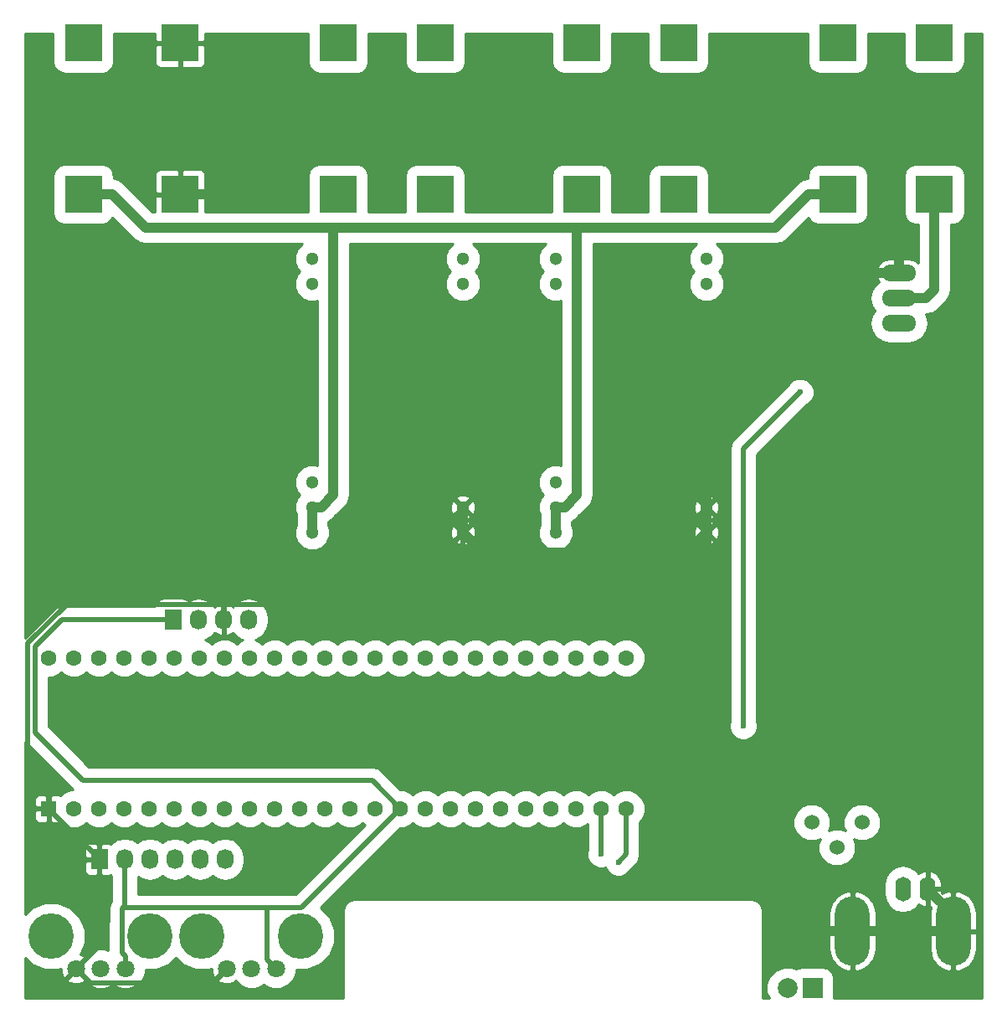
<source format=gbr>
G04 #@! TF.FileFunction,Copper,L2,Bot,Signal*
%FSLAX46Y46*%
G04 Gerber Fmt 4.6, Leading zero omitted, Abs format (unit mm)*
G04 Created by KiCad (PCBNEW 4.0.2+dfsg1-stable) date Thu 24 Aug 2017 14:03:52 CEST*
%MOMM*%
G01*
G04 APERTURE LIST*
%ADD10C,0.100000*%
%ADD11C,1.300000*%
%ADD12R,1.727200X2.032000*%
%ADD13O,1.727200X2.032000*%
%ADD14O,3.500120X7.000240*%
%ADD15O,1.600200X2.499360*%
%ADD16O,3.500120X1.699260*%
%ADD17C,1.524000*%
%ADD18R,3.810000X3.810000*%
%ADD19R,2.000000X2.000000*%
%ADD20C,2.000000*%
%ADD21C,1.800000*%
%ADD22C,4.600000*%
%ADD23C,1.600000*%
%ADD24R,1.600000X1.600000*%
%ADD25C,0.600000*%
%ADD26C,0.500000*%
%ADD27C,1.000000*%
%ADD28C,0.254000*%
G04 APERTURE END LIST*
D10*
D11*
X75900000Y-81680000D03*
X75900000Y-79140000D03*
X60660000Y-81680000D03*
X60660000Y-79140000D03*
X60660000Y-76600000D03*
X75900000Y-56540000D03*
X75900000Y-54000000D03*
X60660000Y-56540000D03*
X60660000Y-54000000D03*
X100540000Y-81680000D03*
X100540000Y-79140000D03*
X85300000Y-81680000D03*
X85300000Y-79140000D03*
X85300000Y-76600000D03*
X100540000Y-56540000D03*
X100540000Y-54000000D03*
X85300000Y-56540000D03*
X85300000Y-54000000D03*
D12*
X46630000Y-90500000D03*
D13*
X49170000Y-90500000D03*
X51710000Y-90500000D03*
X54250000Y-90500000D03*
D12*
X39130000Y-114750000D03*
D13*
X41670000Y-114750000D03*
X44210000Y-114750000D03*
X46750000Y-114750000D03*
X49290000Y-114750000D03*
X51830000Y-114750000D03*
D14*
X125500000Y-122000000D03*
X115301900Y-122000000D03*
D15*
X120402220Y-117735340D03*
X122901580Y-117735340D03*
D16*
X120000000Y-58000000D03*
X120000000Y-60540000D03*
X120000000Y-55460000D03*
D17*
X113710000Y-113540000D03*
X111170000Y-111000000D03*
X116250000Y-111000000D03*
D18*
X47300000Y-32200000D03*
X47300000Y-47490800D03*
X37500000Y-32200000D03*
X37500000Y-47490800D03*
X97700000Y-32200000D03*
X97700000Y-47490800D03*
X87900000Y-32200000D03*
X87900000Y-47490800D03*
X123600000Y-32200000D03*
X123600000Y-47490800D03*
X113800000Y-32200000D03*
X113800000Y-47490800D03*
X73100000Y-32200000D03*
X73100000Y-47490800D03*
X63300000Y-32200000D03*
X63300000Y-47490800D03*
D19*
X111250000Y-127750000D03*
D20*
X108710000Y-127750000D03*
D21*
X57000000Y-125800000D03*
X54500000Y-125800000D03*
X52000000Y-125800000D03*
D22*
X59500000Y-122500000D03*
X49500000Y-122500000D03*
D21*
X41750000Y-125800000D03*
X39250000Y-125800000D03*
X36750000Y-125800000D03*
D22*
X44250000Y-122500000D03*
X34250000Y-122500000D03*
D23*
X74640000Y-109620000D03*
X77180000Y-109620000D03*
X79720000Y-109620000D03*
X82260000Y-109620000D03*
X72100000Y-109620000D03*
X69560000Y-109620000D03*
X67020000Y-109620000D03*
X84800000Y-109620000D03*
X87340000Y-109620000D03*
X89880000Y-109620000D03*
X92420000Y-109620000D03*
X92420000Y-94380000D03*
X89880000Y-94380000D03*
X87340000Y-94380000D03*
X84800000Y-94380000D03*
X82260000Y-94380000D03*
X79720000Y-94380000D03*
X77180000Y-94380000D03*
X74640000Y-94380000D03*
X64480000Y-109620000D03*
X61940000Y-109620000D03*
X59400000Y-109620000D03*
X56860000Y-109620000D03*
X54320000Y-109620000D03*
X51780000Y-109620000D03*
X49240000Y-109620000D03*
X46700000Y-109620000D03*
X44160000Y-109620000D03*
X41620000Y-109620000D03*
X39080000Y-109620000D03*
X36540000Y-109620000D03*
D24*
X34000000Y-109620000D03*
D23*
X72100000Y-94380000D03*
X69560000Y-94380000D03*
X67020000Y-94380000D03*
X64480000Y-94380000D03*
X61940000Y-94380000D03*
X59400000Y-94380000D03*
X56860000Y-94380000D03*
X54320000Y-94380000D03*
X51780000Y-94380000D03*
X49240000Y-94380000D03*
X46700000Y-94380000D03*
X44160000Y-94380000D03*
X41620000Y-94380000D03*
X39080000Y-94380000D03*
X36540000Y-94380000D03*
X34000000Y-94380000D03*
D25*
X110000000Y-67500000D03*
X104250000Y-101250000D03*
X40000000Y-61500000D03*
X39980000Y-59750000D03*
X91631938Y-115032684D03*
X89880000Y-114220056D03*
D26*
X104250000Y-73250000D02*
X110000000Y-67500000D01*
X104250000Y-101250000D02*
X104250000Y-73250000D01*
D27*
X125500000Y-122000000D02*
X125500000Y-120333760D01*
X125500000Y-120333760D02*
X122901580Y-117735340D01*
X115301900Y-122000000D02*
X125500000Y-122000000D01*
X100540000Y-109988160D02*
X100540000Y-108000000D01*
D26*
X51750000Y-88933990D02*
X50296408Y-88933990D01*
X53123610Y-88933990D02*
X51750000Y-88933990D01*
X51750000Y-88933990D02*
X51710000Y-88973990D01*
X51710000Y-88973990D02*
X51710000Y-90500000D01*
X50296408Y-88933990D02*
X50296399Y-88933999D01*
X75900000Y-81680000D02*
X75900000Y-88250000D01*
X53123610Y-88933990D02*
X75216010Y-88933990D01*
X75216010Y-88933990D02*
X75900000Y-88250000D01*
D27*
X75900000Y-81680000D02*
X75900000Y-81000000D01*
X75900000Y-81000000D02*
X75900000Y-79140000D01*
D26*
X39130000Y-114750000D02*
X39130000Y-123420000D01*
X39130000Y-123420000D02*
X36750000Y-125800000D01*
X38880000Y-123670000D02*
X36750000Y-125800000D01*
X34000000Y-109620000D02*
X39130000Y-114750000D01*
X50296399Y-88933999D02*
X35816001Y-88933999D01*
X51710000Y-90500000D02*
X51710000Y-90347600D01*
X35816001Y-88933999D02*
X31849988Y-92900012D01*
X31849988Y-92900012D02*
X31849988Y-106169988D01*
X31849988Y-106169988D02*
X34000000Y-108320000D01*
X34000000Y-108320000D02*
X34000000Y-109620000D01*
X36750000Y-125800000D02*
X38200001Y-127250001D01*
X50549999Y-127250001D02*
X51100001Y-126699999D01*
X38200001Y-127250001D02*
X50549999Y-127250001D01*
X51100001Y-126699999D02*
X52000000Y-125800000D01*
X36750000Y-125800000D02*
X36750000Y-125254002D01*
D27*
X100540000Y-81680000D02*
X100540000Y-108000000D01*
X112551840Y-122000000D02*
X115301900Y-122000000D01*
X100540000Y-109988160D02*
X112551840Y-122000000D01*
X75900000Y-81680000D02*
X77970000Y-83750000D01*
X77970000Y-83750000D02*
X98470000Y-83750000D01*
X98470000Y-83750000D02*
X99890001Y-82329999D01*
X99890001Y-82329999D02*
X100540000Y-81680000D01*
X100540000Y-81680000D02*
X100540000Y-79140000D01*
X120000000Y-55460000D02*
X117249940Y-55460000D01*
X117249940Y-55460000D02*
X100540000Y-72169940D01*
X100540000Y-72169940D02*
X100540000Y-78220762D01*
X100540000Y-78220762D02*
X100540000Y-79140000D01*
X47300000Y-47490800D02*
X50205000Y-47490800D01*
X50205000Y-47490800D02*
X53610001Y-44085799D01*
X116905001Y-44085799D02*
X120000000Y-47180798D01*
X53610001Y-44085799D02*
X116905001Y-44085799D01*
X120000000Y-47180798D02*
X120000000Y-53610370D01*
X120000000Y-53610370D02*
X120000000Y-55460000D01*
D26*
X41520001Y-119649999D02*
X41670000Y-119500000D01*
X41670000Y-119500000D02*
X41670000Y-114750000D01*
X56100001Y-119750000D02*
X56200002Y-119649999D01*
X56200002Y-119649999D02*
X59530001Y-119649999D01*
X59530001Y-119649999D02*
X69560000Y-109620000D01*
X41420000Y-121111998D02*
X41420000Y-119750000D01*
X56100001Y-119750000D02*
X56000000Y-119649999D01*
X56000000Y-119649999D02*
X41520001Y-119649999D01*
X41520001Y-119649999D02*
X41420000Y-119750000D01*
X56100001Y-124900001D02*
X56100001Y-119750000D01*
X41399999Y-121131999D02*
X41420000Y-121111998D01*
X41399999Y-121131999D02*
X41399999Y-124177207D01*
X45266400Y-90500000D02*
X46630000Y-90500000D01*
X35381386Y-90500000D02*
X45266400Y-90500000D01*
X32649999Y-93231387D02*
X35381386Y-90500000D01*
X32649999Y-101931363D02*
X32649999Y-93231387D01*
X37488626Y-106769990D02*
X32649999Y-101931363D01*
X66709990Y-106769990D02*
X37488626Y-106769990D01*
X69560000Y-109620000D02*
X66709990Y-106769990D01*
X57000000Y-125800000D02*
X56100001Y-124900001D01*
X41399999Y-124177207D02*
X41750000Y-124527208D01*
X41750000Y-124527208D02*
X41750000Y-125800000D01*
X69560000Y-109620000D02*
X68209999Y-110970001D01*
X92420000Y-114244622D02*
X91631938Y-115032684D01*
X92420000Y-109620000D02*
X92420000Y-114244622D01*
X89880000Y-109620000D02*
X89880000Y-114220056D01*
D27*
X85300000Y-81680000D02*
X85300000Y-79140000D01*
X62500000Y-50895801D02*
X87250000Y-50895801D01*
X87250000Y-50895801D02*
X107489999Y-50895801D01*
X85300000Y-79140000D02*
X86219238Y-79140000D01*
X86219238Y-79140000D02*
X87450001Y-77909237D01*
X87450001Y-77909237D02*
X87450001Y-51095802D01*
X87450001Y-51095802D02*
X87250000Y-50895801D01*
X60660000Y-81680000D02*
X60660000Y-79140000D01*
X43810001Y-50895801D02*
X62500000Y-50895801D01*
X60660000Y-79140000D02*
X61579238Y-79140000D01*
X61579238Y-79140000D02*
X62810001Y-77909237D01*
X62810001Y-77909237D02*
X62810001Y-51205802D01*
X62810001Y-51205802D02*
X62500000Y-50895801D01*
X37500000Y-47490800D02*
X40405000Y-47490800D01*
X40405000Y-47490800D02*
X43810001Y-50895801D01*
X107489999Y-50895801D02*
X110895000Y-47490800D01*
X110895000Y-47490800D02*
X113800000Y-47490800D01*
X120000000Y-58000000D02*
X122750060Y-58000000D01*
X123600000Y-50395800D02*
X123600000Y-47490800D01*
X122750060Y-58000000D02*
X123600000Y-57150060D01*
X123600000Y-57150060D02*
X123600000Y-50395800D01*
D28*
G36*
X34445921Y-34105000D02*
X34524506Y-34522641D01*
X34771331Y-34906219D01*
X35147944Y-35163548D01*
X35595000Y-35254079D01*
X39405000Y-35254079D01*
X39822641Y-35175494D01*
X40206219Y-34928669D01*
X40463548Y-34552056D01*
X40554079Y-34105000D01*
X40554079Y-32485750D01*
X44760000Y-32485750D01*
X44760000Y-34231309D01*
X44856673Y-34464698D01*
X45035301Y-34643327D01*
X45268690Y-34740000D01*
X47014250Y-34740000D01*
X47173000Y-34581250D01*
X47173000Y-32327000D01*
X47427000Y-32327000D01*
X47427000Y-34581250D01*
X47585750Y-34740000D01*
X49331310Y-34740000D01*
X49564699Y-34643327D01*
X49743327Y-34464698D01*
X49840000Y-34231309D01*
X49840000Y-32485750D01*
X49681250Y-32327000D01*
X47427000Y-32327000D01*
X47173000Y-32327000D01*
X44918750Y-32327000D01*
X44760000Y-32485750D01*
X40554079Y-32485750D01*
X40554079Y-31202000D01*
X44760000Y-31202000D01*
X44760000Y-31914250D01*
X44918750Y-32073000D01*
X47173000Y-32073000D01*
X47173000Y-32053000D01*
X47427000Y-32053000D01*
X47427000Y-32073000D01*
X49681250Y-32073000D01*
X49840000Y-31914250D01*
X49840000Y-31202000D01*
X60245921Y-31202000D01*
X60245921Y-34105000D01*
X60324506Y-34522641D01*
X60571331Y-34906219D01*
X60947944Y-35163548D01*
X61395000Y-35254079D01*
X65205000Y-35254079D01*
X65622641Y-35175494D01*
X66006219Y-34928669D01*
X66263548Y-34552056D01*
X66354079Y-34105000D01*
X66354079Y-31202000D01*
X70045921Y-31202000D01*
X70045921Y-34105000D01*
X70124506Y-34522641D01*
X70371331Y-34906219D01*
X70747944Y-35163548D01*
X71195000Y-35254079D01*
X75005000Y-35254079D01*
X75422641Y-35175494D01*
X75806219Y-34928669D01*
X76063548Y-34552056D01*
X76154079Y-34105000D01*
X76154079Y-31202000D01*
X84845921Y-31202000D01*
X84845921Y-34105000D01*
X84924506Y-34522641D01*
X85171331Y-34906219D01*
X85547944Y-35163548D01*
X85995000Y-35254079D01*
X89805000Y-35254079D01*
X90222641Y-35175494D01*
X90606219Y-34928669D01*
X90863548Y-34552056D01*
X90954079Y-34105000D01*
X90954079Y-31202000D01*
X94645921Y-31202000D01*
X94645921Y-34105000D01*
X94724506Y-34522641D01*
X94971331Y-34906219D01*
X95347944Y-35163548D01*
X95795000Y-35254079D01*
X99605000Y-35254079D01*
X100022641Y-35175494D01*
X100406219Y-34928669D01*
X100663548Y-34552056D01*
X100754079Y-34105000D01*
X100754079Y-31202000D01*
X110745921Y-31202000D01*
X110745921Y-34105000D01*
X110824506Y-34522641D01*
X111071331Y-34906219D01*
X111447944Y-35163548D01*
X111895000Y-35254079D01*
X115705000Y-35254079D01*
X116122641Y-35175494D01*
X116506219Y-34928669D01*
X116763548Y-34552056D01*
X116854079Y-34105000D01*
X116854079Y-31202000D01*
X120545921Y-31202000D01*
X120545921Y-34105000D01*
X120624506Y-34522641D01*
X120871331Y-34906219D01*
X121247944Y-35163548D01*
X121695000Y-35254079D01*
X125505000Y-35254079D01*
X125922641Y-35175494D01*
X126306219Y-34928669D01*
X126563548Y-34552056D01*
X126654079Y-34105000D01*
X126654079Y-31202000D01*
X128373000Y-31202000D01*
X128373000Y-128798000D01*
X113389359Y-128798000D01*
X113399079Y-128750000D01*
X113399079Y-126750000D01*
X113320494Y-126332359D01*
X113073669Y-125948781D01*
X112697056Y-125691452D01*
X112250000Y-125600921D01*
X110250000Y-125600921D01*
X109832359Y-125679506D01*
X109611850Y-125821399D01*
X109134943Y-125623370D01*
X108288770Y-125622632D01*
X107506726Y-125945766D01*
X106907869Y-126543578D01*
X106583370Y-127325057D01*
X106582632Y-128171230D01*
X106841608Y-128798000D01*
X106202000Y-128798000D01*
X106202000Y-122127000D01*
X112916840Y-122127000D01*
X112916840Y-123877060D01*
X113146993Y-124780116D01*
X113705211Y-125526355D01*
X114506510Y-126002169D01*
X114803887Y-126082546D01*
X115174900Y-125972745D01*
X115174900Y-122127000D01*
X115428900Y-122127000D01*
X115428900Y-125972745D01*
X115799913Y-126082546D01*
X116097290Y-126002169D01*
X116898589Y-125526355D01*
X117456807Y-124780116D01*
X117686960Y-123877060D01*
X117686960Y-122127000D01*
X123114940Y-122127000D01*
X123114940Y-123877060D01*
X123345093Y-124780116D01*
X123903311Y-125526355D01*
X124704610Y-126002169D01*
X125001987Y-126082546D01*
X125373000Y-125972745D01*
X125373000Y-122127000D01*
X125627000Y-122127000D01*
X125627000Y-125972745D01*
X125998013Y-126082546D01*
X126295390Y-126002169D01*
X127096689Y-125526355D01*
X127654907Y-124780116D01*
X127885060Y-123877060D01*
X127885060Y-122127000D01*
X125627000Y-122127000D01*
X125373000Y-122127000D01*
X123114940Y-122127000D01*
X117686960Y-122127000D01*
X115428900Y-122127000D01*
X115174900Y-122127000D01*
X112916840Y-122127000D01*
X106202000Y-122127000D01*
X106202000Y-120122940D01*
X112916840Y-120122940D01*
X112916840Y-121873000D01*
X115174900Y-121873000D01*
X115174900Y-118027255D01*
X115428900Y-118027255D01*
X115428900Y-121873000D01*
X117686960Y-121873000D01*
X117686960Y-120122940D01*
X117456807Y-119219884D01*
X116898589Y-118473645D01*
X116097290Y-117997831D01*
X115799913Y-117917454D01*
X115428900Y-118027255D01*
X115174900Y-118027255D01*
X114803887Y-117917454D01*
X114506510Y-117997831D01*
X113705211Y-118473645D01*
X113146993Y-119219884D01*
X112916840Y-120122940D01*
X106202000Y-120122940D01*
X106202000Y-120000000D01*
X106110503Y-119540015D01*
X105849942Y-119150058D01*
X105459985Y-118889497D01*
X105000000Y-118798000D01*
X65000000Y-118798000D01*
X64540015Y-118889497D01*
X64150058Y-119150058D01*
X63889497Y-119540015D01*
X63798000Y-120000000D01*
X63798000Y-128798000D01*
X31627000Y-128798000D01*
X31627000Y-124723163D01*
X32306226Y-125403575D01*
X33565337Y-125926404D01*
X34928682Y-125927594D01*
X35214054Y-125809681D01*
X35229161Y-126169460D01*
X35413357Y-126614148D01*
X35669841Y-126700554D01*
X36570395Y-125800000D01*
X36556253Y-125785858D01*
X36735858Y-125606253D01*
X36750000Y-125620395D01*
X36764143Y-125606253D01*
X36943748Y-125785858D01*
X36929605Y-125800000D01*
X36943748Y-125814143D01*
X36764143Y-125993748D01*
X36750000Y-125979605D01*
X35849446Y-126880159D01*
X35935852Y-127136643D01*
X36509336Y-127346458D01*
X37119460Y-127320839D01*
X37564148Y-127136643D01*
X37603523Y-127019763D01*
X38100298Y-127517405D01*
X38845036Y-127826647D01*
X39651426Y-127827351D01*
X40396703Y-127519409D01*
X40499680Y-127416611D01*
X40600298Y-127517405D01*
X41345036Y-127826647D01*
X42151426Y-127827351D01*
X42896703Y-127519409D01*
X43467405Y-126949702D01*
X43776647Y-126204964D01*
X43776890Y-125926589D01*
X44928682Y-125927594D01*
X46188704Y-125406963D01*
X46875352Y-124721512D01*
X47556226Y-125403575D01*
X48815337Y-125926404D01*
X50178682Y-125927594D01*
X50464054Y-125809681D01*
X50479161Y-126169460D01*
X50663357Y-126614148D01*
X50919841Y-126700554D01*
X51820395Y-125800000D01*
X51806253Y-125785858D01*
X51985858Y-125606253D01*
X52000000Y-125620395D01*
X52014143Y-125606253D01*
X52193748Y-125785858D01*
X52179605Y-125800000D01*
X52193748Y-125814143D01*
X52014143Y-125993748D01*
X52000000Y-125979605D01*
X51099446Y-126880159D01*
X51185852Y-127136643D01*
X51759336Y-127346458D01*
X52369460Y-127320839D01*
X52814148Y-127136643D01*
X52853523Y-127019763D01*
X53350298Y-127517405D01*
X54095036Y-127826647D01*
X54901426Y-127827351D01*
X55646703Y-127519409D01*
X55749680Y-127416611D01*
X55850298Y-127517405D01*
X56595036Y-127826647D01*
X57401426Y-127827351D01*
X58146703Y-127519409D01*
X58717405Y-126949702D01*
X59026647Y-126204964D01*
X59026890Y-125926589D01*
X60178682Y-125927594D01*
X61438704Y-125406963D01*
X62403575Y-124443774D01*
X62926404Y-123184663D01*
X62927594Y-121821318D01*
X62406963Y-120561296D01*
X61487322Y-119640050D01*
X63888174Y-117239198D01*
X118475120Y-117239198D01*
X118475120Y-118231482D01*
X118621812Y-118968951D01*
X119039555Y-119594147D01*
X119664751Y-120011890D01*
X120402220Y-120158582D01*
X121139689Y-120011890D01*
X121764885Y-119594147D01*
X121972154Y-119283947D01*
X121976613Y-119289492D01*
X122469723Y-119559381D01*
X122552525Y-119576923D01*
X122774580Y-119454936D01*
X122774580Y-117862340D01*
X123028580Y-117862340D01*
X123028580Y-119454936D01*
X123250635Y-119576923D01*
X123254296Y-119576147D01*
X123114940Y-120122940D01*
X123114940Y-121873000D01*
X125373000Y-121873000D01*
X125373000Y-118027255D01*
X125627000Y-118027255D01*
X125627000Y-121873000D01*
X127885060Y-121873000D01*
X127885060Y-120122940D01*
X127654907Y-119219884D01*
X127096689Y-118473645D01*
X126295390Y-117997831D01*
X125998013Y-117917454D01*
X125627000Y-118027255D01*
X125373000Y-118027255D01*
X125001987Y-117917454D01*
X124704610Y-117997831D01*
X124336680Y-118216309D01*
X124336680Y-117862340D01*
X123028580Y-117862340D01*
X122774580Y-117862340D01*
X122754580Y-117862340D01*
X122754580Y-117608340D01*
X122774580Y-117608340D01*
X122774580Y-116015744D01*
X123028580Y-116015744D01*
X123028580Y-117608340D01*
X124336680Y-117608340D01*
X124336680Y-117158760D01*
X124178839Y-116619238D01*
X123826547Y-116181188D01*
X123333437Y-115911299D01*
X123250635Y-115893757D01*
X123028580Y-116015744D01*
X122774580Y-116015744D01*
X122552525Y-115893757D01*
X122469723Y-115911299D01*
X121976613Y-116181188D01*
X121972154Y-116186733D01*
X121764885Y-115876533D01*
X121139689Y-115458790D01*
X120402220Y-115312098D01*
X119664751Y-115458790D01*
X119039555Y-115876533D01*
X118621812Y-116501729D01*
X118475120Y-117239198D01*
X63888174Y-117239198D01*
X69580353Y-111547019D01*
X69941622Y-111547334D01*
X70650132Y-111254584D01*
X70829839Y-111075190D01*
X71007017Y-111252678D01*
X71715014Y-111546665D01*
X72481622Y-111547334D01*
X73190132Y-111254584D01*
X73369839Y-111075190D01*
X73547017Y-111252678D01*
X74255014Y-111546665D01*
X75021622Y-111547334D01*
X75730132Y-111254584D01*
X75909839Y-111075190D01*
X76087017Y-111252678D01*
X76795014Y-111546665D01*
X77561622Y-111547334D01*
X78270132Y-111254584D01*
X78449839Y-111075190D01*
X78627017Y-111252678D01*
X79335014Y-111546665D01*
X80101622Y-111547334D01*
X80810132Y-111254584D01*
X80989839Y-111075190D01*
X81167017Y-111252678D01*
X81875014Y-111546665D01*
X82641622Y-111547334D01*
X83350132Y-111254584D01*
X83529839Y-111075190D01*
X83707017Y-111252678D01*
X84415014Y-111546665D01*
X85181622Y-111547334D01*
X85890132Y-111254584D01*
X86069839Y-111075190D01*
X86247017Y-111252678D01*
X86955014Y-111546665D01*
X87721622Y-111547334D01*
X88430132Y-111254584D01*
X88503000Y-111181843D01*
X88503000Y-113815147D01*
X88453248Y-113934963D01*
X88452752Y-114502659D01*
X88669543Y-115027331D01*
X89070614Y-115429103D01*
X89594907Y-115646808D01*
X90162603Y-115647304D01*
X90315733Y-115584032D01*
X90421481Y-115839959D01*
X90822552Y-116241731D01*
X91346845Y-116459436D01*
X91914541Y-116459932D01*
X92439213Y-116243141D01*
X92840985Y-115842070D01*
X92891445Y-115720549D01*
X93393686Y-115218308D01*
X93692182Y-114771577D01*
X93797000Y-114244622D01*
X93797000Y-111374097D01*
X109280673Y-111374097D01*
X109567650Y-112068635D01*
X110098570Y-112600483D01*
X110792606Y-112888672D01*
X111544097Y-112889327D01*
X112015721Y-112694456D01*
X111821328Y-113162606D01*
X111820673Y-113914097D01*
X112107650Y-114608635D01*
X112638570Y-115140483D01*
X113332606Y-115428672D01*
X114084097Y-115429327D01*
X114778635Y-115142350D01*
X115310483Y-114611430D01*
X115598672Y-113917394D01*
X115599327Y-113165903D01*
X115404456Y-112694279D01*
X115872606Y-112888672D01*
X116624097Y-112889327D01*
X117318635Y-112602350D01*
X117850483Y-112071430D01*
X118138672Y-111377394D01*
X118139327Y-110625903D01*
X117852350Y-109931365D01*
X117321430Y-109399517D01*
X116627394Y-109111328D01*
X115875903Y-109110673D01*
X115181365Y-109397650D01*
X114649517Y-109928570D01*
X114361328Y-110622606D01*
X114360673Y-111374097D01*
X114555544Y-111845721D01*
X114087394Y-111651328D01*
X113335903Y-111650673D01*
X112864279Y-111845544D01*
X113058672Y-111377394D01*
X113059327Y-110625903D01*
X112772350Y-109931365D01*
X112241430Y-109399517D01*
X111547394Y-109111328D01*
X110795903Y-109110673D01*
X110101365Y-109397650D01*
X109569517Y-109928570D01*
X109281328Y-110622606D01*
X109280673Y-111374097D01*
X93797000Y-111374097D01*
X93797000Y-110968216D01*
X94052678Y-110712983D01*
X94346665Y-110004986D01*
X94347334Y-109238378D01*
X94054584Y-108529868D01*
X93512983Y-107987322D01*
X92804986Y-107693335D01*
X92038378Y-107692666D01*
X91329868Y-107985416D01*
X91150161Y-108164810D01*
X90972983Y-107987322D01*
X90264986Y-107693335D01*
X89498378Y-107692666D01*
X88789868Y-107985416D01*
X88610161Y-108164810D01*
X88432983Y-107987322D01*
X87724986Y-107693335D01*
X86958378Y-107692666D01*
X86249868Y-107985416D01*
X86070161Y-108164810D01*
X85892983Y-107987322D01*
X85184986Y-107693335D01*
X84418378Y-107692666D01*
X83709868Y-107985416D01*
X83530161Y-108164810D01*
X83352983Y-107987322D01*
X82644986Y-107693335D01*
X81878378Y-107692666D01*
X81169868Y-107985416D01*
X80990161Y-108164810D01*
X80812983Y-107987322D01*
X80104986Y-107693335D01*
X79338378Y-107692666D01*
X78629868Y-107985416D01*
X78450161Y-108164810D01*
X78272983Y-107987322D01*
X77564986Y-107693335D01*
X76798378Y-107692666D01*
X76089868Y-107985416D01*
X75910161Y-108164810D01*
X75732983Y-107987322D01*
X75024986Y-107693335D01*
X74258378Y-107692666D01*
X73549868Y-107985416D01*
X73370161Y-108164810D01*
X73192983Y-107987322D01*
X72484986Y-107693335D01*
X71718378Y-107692666D01*
X71009868Y-107985416D01*
X70830161Y-108164810D01*
X70652983Y-107987322D01*
X69944986Y-107693335D01*
X69580389Y-107693017D01*
X67683676Y-105796304D01*
X67236945Y-105497808D01*
X66709990Y-105392990D01*
X38058998Y-105392990D01*
X34198611Y-101532603D01*
X102822752Y-101532603D01*
X103039543Y-102057275D01*
X103440614Y-102459047D01*
X103964907Y-102676752D01*
X104532603Y-102677248D01*
X105057275Y-102460457D01*
X105459047Y-102059386D01*
X105676752Y-101535093D01*
X105677248Y-100967397D01*
X105627000Y-100845788D01*
X105627000Y-73820372D01*
X110687372Y-68760000D01*
X110807275Y-68710457D01*
X111209047Y-68309386D01*
X111426752Y-67785093D01*
X111427248Y-67217397D01*
X111210457Y-66692725D01*
X110809386Y-66290953D01*
X110285093Y-66073248D01*
X109717397Y-66072752D01*
X109192725Y-66289543D01*
X108790953Y-66690614D01*
X108740493Y-66812135D01*
X103276314Y-72276314D01*
X102977818Y-72723045D01*
X102873000Y-73250000D01*
X102873000Y-100845091D01*
X102823248Y-100964907D01*
X102822752Y-101532603D01*
X34198611Y-101532603D01*
X34026999Y-101360991D01*
X34026999Y-96307025D01*
X34381622Y-96307334D01*
X35090132Y-96014584D01*
X35269839Y-95835190D01*
X35447017Y-96012678D01*
X36155014Y-96306665D01*
X36921622Y-96307334D01*
X37630132Y-96014584D01*
X37809839Y-95835190D01*
X37987017Y-96012678D01*
X38695014Y-96306665D01*
X39461622Y-96307334D01*
X40170132Y-96014584D01*
X40349839Y-95835190D01*
X40527017Y-96012678D01*
X41235014Y-96306665D01*
X42001622Y-96307334D01*
X42710132Y-96014584D01*
X42889839Y-95835190D01*
X43067017Y-96012678D01*
X43775014Y-96306665D01*
X44541622Y-96307334D01*
X45250132Y-96014584D01*
X45429839Y-95835190D01*
X45607017Y-96012678D01*
X46315014Y-96306665D01*
X47081622Y-96307334D01*
X47790132Y-96014584D01*
X47969839Y-95835190D01*
X48147017Y-96012678D01*
X48855014Y-96306665D01*
X49621622Y-96307334D01*
X50330132Y-96014584D01*
X50509839Y-95835190D01*
X50687017Y-96012678D01*
X51395014Y-96306665D01*
X52161622Y-96307334D01*
X52870132Y-96014584D01*
X53049839Y-95835190D01*
X53227017Y-96012678D01*
X53935014Y-96306665D01*
X54701622Y-96307334D01*
X55410132Y-96014584D01*
X55589839Y-95835190D01*
X55767017Y-96012678D01*
X56475014Y-96306665D01*
X57241622Y-96307334D01*
X57950132Y-96014584D01*
X58129839Y-95835190D01*
X58307017Y-96012678D01*
X59015014Y-96306665D01*
X59781622Y-96307334D01*
X60490132Y-96014584D01*
X60669839Y-95835190D01*
X60847017Y-96012678D01*
X61555014Y-96306665D01*
X62321622Y-96307334D01*
X63030132Y-96014584D01*
X63209839Y-95835190D01*
X63387017Y-96012678D01*
X64095014Y-96306665D01*
X64861622Y-96307334D01*
X65570132Y-96014584D01*
X65749839Y-95835190D01*
X65927017Y-96012678D01*
X66635014Y-96306665D01*
X67401622Y-96307334D01*
X68110132Y-96014584D01*
X68289839Y-95835190D01*
X68467017Y-96012678D01*
X69175014Y-96306665D01*
X69941622Y-96307334D01*
X70650132Y-96014584D01*
X70829839Y-95835190D01*
X71007017Y-96012678D01*
X71715014Y-96306665D01*
X72481622Y-96307334D01*
X73190132Y-96014584D01*
X73369839Y-95835190D01*
X73547017Y-96012678D01*
X74255014Y-96306665D01*
X75021622Y-96307334D01*
X75730132Y-96014584D01*
X75909839Y-95835190D01*
X76087017Y-96012678D01*
X76795014Y-96306665D01*
X77561622Y-96307334D01*
X78270132Y-96014584D01*
X78449839Y-95835190D01*
X78627017Y-96012678D01*
X79335014Y-96306665D01*
X80101622Y-96307334D01*
X80810132Y-96014584D01*
X80989839Y-95835190D01*
X81167017Y-96012678D01*
X81875014Y-96306665D01*
X82641622Y-96307334D01*
X83350132Y-96014584D01*
X83529839Y-95835190D01*
X83707017Y-96012678D01*
X84415014Y-96306665D01*
X85181622Y-96307334D01*
X85890132Y-96014584D01*
X86069839Y-95835190D01*
X86247017Y-96012678D01*
X86955014Y-96306665D01*
X87721622Y-96307334D01*
X88430132Y-96014584D01*
X88609839Y-95835190D01*
X88787017Y-96012678D01*
X89495014Y-96306665D01*
X90261622Y-96307334D01*
X90970132Y-96014584D01*
X91149839Y-95835190D01*
X91327017Y-96012678D01*
X92035014Y-96306665D01*
X92801622Y-96307334D01*
X93510132Y-96014584D01*
X94052678Y-95472983D01*
X94346665Y-94764986D01*
X94347334Y-93998378D01*
X94054584Y-93289868D01*
X93512983Y-92747322D01*
X92804986Y-92453335D01*
X92038378Y-92452666D01*
X91329868Y-92745416D01*
X91150161Y-92924810D01*
X90972983Y-92747322D01*
X90264986Y-92453335D01*
X89498378Y-92452666D01*
X88789868Y-92745416D01*
X88610161Y-92924810D01*
X88432983Y-92747322D01*
X87724986Y-92453335D01*
X86958378Y-92452666D01*
X86249868Y-92745416D01*
X86070161Y-92924810D01*
X85892983Y-92747322D01*
X85184986Y-92453335D01*
X84418378Y-92452666D01*
X83709868Y-92745416D01*
X83530161Y-92924810D01*
X83352983Y-92747322D01*
X82644986Y-92453335D01*
X81878378Y-92452666D01*
X81169868Y-92745416D01*
X80990161Y-92924810D01*
X80812983Y-92747322D01*
X80104986Y-92453335D01*
X79338378Y-92452666D01*
X78629868Y-92745416D01*
X78450161Y-92924810D01*
X78272983Y-92747322D01*
X77564986Y-92453335D01*
X76798378Y-92452666D01*
X76089868Y-92745416D01*
X75910161Y-92924810D01*
X75732983Y-92747322D01*
X75024986Y-92453335D01*
X74258378Y-92452666D01*
X73549868Y-92745416D01*
X73370161Y-92924810D01*
X73192983Y-92747322D01*
X72484986Y-92453335D01*
X71718378Y-92452666D01*
X71009868Y-92745416D01*
X70830161Y-92924810D01*
X70652983Y-92747322D01*
X69944986Y-92453335D01*
X69178378Y-92452666D01*
X68469868Y-92745416D01*
X68290161Y-92924810D01*
X68112983Y-92747322D01*
X67404986Y-92453335D01*
X66638378Y-92452666D01*
X65929868Y-92745416D01*
X65750161Y-92924810D01*
X65572983Y-92747322D01*
X64864986Y-92453335D01*
X64098378Y-92452666D01*
X63389868Y-92745416D01*
X63210161Y-92924810D01*
X63032983Y-92747322D01*
X62324986Y-92453335D01*
X61558378Y-92452666D01*
X60849868Y-92745416D01*
X60670161Y-92924810D01*
X60492983Y-92747322D01*
X59784986Y-92453335D01*
X59018378Y-92452666D01*
X58309868Y-92745416D01*
X58130161Y-92924810D01*
X57952983Y-92747322D01*
X57244986Y-92453335D01*
X56478378Y-92452666D01*
X55769868Y-92745416D01*
X55590161Y-92924810D01*
X55412983Y-92747322D01*
X54934811Y-92548767D01*
X55011770Y-92533459D01*
X55657567Y-92101951D01*
X56089075Y-91456154D01*
X56240600Y-90694384D01*
X56240600Y-90305616D01*
X56089075Y-89543846D01*
X55657567Y-88898049D01*
X55011770Y-88466541D01*
X54250000Y-88315016D01*
X53488230Y-88466541D01*
X52842433Y-88898049D01*
X52647816Y-89189314D01*
X52612036Y-89149268D01*
X52084791Y-88895291D01*
X52069026Y-88892642D01*
X51837000Y-89013783D01*
X51837000Y-90373000D01*
X51857000Y-90373000D01*
X51857000Y-90627000D01*
X51837000Y-90627000D01*
X51837000Y-91986217D01*
X52069026Y-92107358D01*
X52084791Y-92104709D01*
X52612036Y-91850732D01*
X52647816Y-91810686D01*
X52842433Y-92101951D01*
X53488230Y-92533459D01*
X53660103Y-92567647D01*
X53229868Y-92745416D01*
X53050161Y-92924810D01*
X52872983Y-92747322D01*
X52164986Y-92453335D01*
X51398378Y-92452666D01*
X50689868Y-92745416D01*
X50510161Y-92924810D01*
X50332983Y-92747322D01*
X49854811Y-92548767D01*
X49931770Y-92533459D01*
X50577567Y-92101951D01*
X50772184Y-91810686D01*
X50807964Y-91850732D01*
X51335209Y-92104709D01*
X51350974Y-92107358D01*
X51583000Y-91986217D01*
X51583000Y-90627000D01*
X51563000Y-90627000D01*
X51563000Y-90373000D01*
X51583000Y-90373000D01*
X51583000Y-89013783D01*
X51350974Y-88892642D01*
X51335209Y-88895291D01*
X50807964Y-89149268D01*
X50772184Y-89189314D01*
X50577567Y-88898049D01*
X49931770Y-88466541D01*
X49170000Y-88315016D01*
X48408230Y-88466541D01*
X48202236Y-88604182D01*
X47940656Y-88425452D01*
X47493600Y-88334921D01*
X45766400Y-88334921D01*
X45348759Y-88413506D01*
X44965181Y-88660331D01*
X44707852Y-89036944D01*
X44690425Y-89123000D01*
X35381386Y-89123000D01*
X34854431Y-89227818D01*
X34407700Y-89526314D01*
X31676313Y-92257701D01*
X31627000Y-92331503D01*
X31627000Y-45585800D01*
X34445921Y-45585800D01*
X34445921Y-49395800D01*
X34524506Y-49813441D01*
X34771331Y-50197019D01*
X35147944Y-50454348D01*
X35595000Y-50544879D01*
X39405000Y-50544879D01*
X39822641Y-50466294D01*
X40206219Y-50219469D01*
X40460537Y-49847263D01*
X42659536Y-52046261D01*
X42659538Y-52046264D01*
X42958861Y-52246265D01*
X43187375Y-52398953D01*
X43810001Y-52522802D01*
X43810006Y-52522801D01*
X59624527Y-52522801D01*
X59154412Y-52992096D01*
X58883310Y-53644982D01*
X58882693Y-54351916D01*
X59152655Y-55005274D01*
X59416943Y-55270024D01*
X59154412Y-55532096D01*
X58883310Y-56184982D01*
X58882693Y-56891916D01*
X59152655Y-57545274D01*
X59652096Y-58045588D01*
X60304982Y-58316690D01*
X61011916Y-58317307D01*
X61183001Y-58246616D01*
X61183001Y-74893063D01*
X61015018Y-74823310D01*
X60308084Y-74822693D01*
X59654726Y-75092655D01*
X59154412Y-75592096D01*
X58883310Y-76244982D01*
X58882693Y-76951916D01*
X59152655Y-77605274D01*
X59416943Y-77870024D01*
X59154412Y-78132096D01*
X58883310Y-78784982D01*
X58882693Y-79491916D01*
X59033000Y-79855687D01*
X59033000Y-80964489D01*
X58883310Y-81324982D01*
X58882693Y-82031916D01*
X59152655Y-82685274D01*
X59652096Y-83185588D01*
X60304982Y-83456690D01*
X61011916Y-83457307D01*
X61665274Y-83187345D01*
X62165588Y-82687904D01*
X62210802Y-82579016D01*
X75180590Y-82579016D01*
X75236271Y-82809611D01*
X75719078Y-82977622D01*
X76229428Y-82948083D01*
X76563729Y-82809611D01*
X76619410Y-82579016D01*
X75900000Y-81859605D01*
X75180590Y-82579016D01*
X62210802Y-82579016D01*
X62436690Y-82035018D01*
X62437157Y-81499078D01*
X74602378Y-81499078D01*
X74631917Y-82009428D01*
X74770389Y-82343729D01*
X75000984Y-82399410D01*
X75720395Y-81680000D01*
X76079605Y-81680000D01*
X76799016Y-82399410D01*
X77029611Y-82343729D01*
X77197622Y-81860922D01*
X77168083Y-81350572D01*
X77029611Y-81016271D01*
X76799016Y-80960590D01*
X76079605Y-81680000D01*
X75720395Y-81680000D01*
X75000984Y-80960590D01*
X74770389Y-81016271D01*
X74602378Y-81499078D01*
X62437157Y-81499078D01*
X62437307Y-81328084D01*
X62287000Y-80964313D01*
X62287000Y-80586266D01*
X62729701Y-80290463D01*
X62981148Y-80039016D01*
X75180590Y-80039016D01*
X75236271Y-80269611D01*
X75634566Y-80408213D01*
X75570572Y-80411917D01*
X75236271Y-80550389D01*
X75180590Y-80780984D01*
X75900000Y-81500395D01*
X76619410Y-80780984D01*
X76563729Y-80550389D01*
X76165434Y-80411787D01*
X76229428Y-80408083D01*
X76563729Y-80269611D01*
X76619410Y-80039016D01*
X75900000Y-79319605D01*
X75180590Y-80039016D01*
X62981148Y-80039016D01*
X63960464Y-79059700D01*
X64027697Y-78959078D01*
X74602378Y-78959078D01*
X74631917Y-79469428D01*
X74770389Y-79803729D01*
X75000984Y-79859410D01*
X75720395Y-79140000D01*
X76079605Y-79140000D01*
X76799016Y-79859410D01*
X77029611Y-79803729D01*
X77197622Y-79320922D01*
X77168083Y-78810572D01*
X77029611Y-78476271D01*
X76799016Y-78420590D01*
X76079605Y-79140000D01*
X75720395Y-79140000D01*
X75000984Y-78420590D01*
X74770389Y-78476271D01*
X74602378Y-78959078D01*
X64027697Y-78959078D01*
X64313153Y-78531863D01*
X64371012Y-78240984D01*
X75180590Y-78240984D01*
X75900000Y-78960395D01*
X76619410Y-78240984D01*
X76563729Y-78010389D01*
X76080922Y-77842378D01*
X75570572Y-77871917D01*
X75236271Y-78010389D01*
X75180590Y-78240984D01*
X64371012Y-78240984D01*
X64437002Y-77909237D01*
X64437001Y-77909232D01*
X64437001Y-52522801D01*
X74864527Y-52522801D01*
X74394412Y-52992096D01*
X74123310Y-53644982D01*
X74122693Y-54351916D01*
X74392655Y-55005274D01*
X74656943Y-55270024D01*
X74394412Y-55532096D01*
X74123310Y-56184982D01*
X74122693Y-56891916D01*
X74392655Y-57545274D01*
X74892096Y-58045588D01*
X75544982Y-58316690D01*
X76251916Y-58317307D01*
X76905274Y-58047345D01*
X77405588Y-57547904D01*
X77676690Y-56895018D01*
X77677307Y-56188084D01*
X77407345Y-55534726D01*
X77143057Y-55269976D01*
X77405588Y-55007904D01*
X77676690Y-54355018D01*
X77677307Y-53648084D01*
X77407345Y-52994726D01*
X76936243Y-52522801D01*
X84264527Y-52522801D01*
X83794412Y-52992096D01*
X83523310Y-53644982D01*
X83522693Y-54351916D01*
X83792655Y-55005274D01*
X84056943Y-55270024D01*
X83794412Y-55532096D01*
X83523310Y-56184982D01*
X83522693Y-56891916D01*
X83792655Y-57545274D01*
X84292096Y-58045588D01*
X84944982Y-58316690D01*
X85651916Y-58317307D01*
X85823001Y-58246616D01*
X85823001Y-74893063D01*
X85655018Y-74823310D01*
X84948084Y-74822693D01*
X84294726Y-75092655D01*
X83794412Y-75592096D01*
X83523310Y-76244982D01*
X83522693Y-76951916D01*
X83792655Y-77605274D01*
X84056943Y-77870024D01*
X83794412Y-78132096D01*
X83523310Y-78784982D01*
X83522693Y-79491916D01*
X83673000Y-79855687D01*
X83673000Y-80964489D01*
X83523310Y-81324982D01*
X83522693Y-82031916D01*
X83792655Y-82685274D01*
X84292096Y-83185588D01*
X84944982Y-83456690D01*
X85651916Y-83457307D01*
X86305274Y-83187345D01*
X86805588Y-82687904D01*
X86850802Y-82579016D01*
X99820590Y-82579016D01*
X99876271Y-82809611D01*
X100359078Y-82977622D01*
X100869428Y-82948083D01*
X101203729Y-82809611D01*
X101259410Y-82579016D01*
X100540000Y-81859605D01*
X99820590Y-82579016D01*
X86850802Y-82579016D01*
X87076690Y-82035018D01*
X87077157Y-81499078D01*
X99242378Y-81499078D01*
X99271917Y-82009428D01*
X99410389Y-82343729D01*
X99640984Y-82399410D01*
X100360395Y-81680000D01*
X100719605Y-81680000D01*
X101439016Y-82399410D01*
X101669611Y-82343729D01*
X101837622Y-81860922D01*
X101808083Y-81350572D01*
X101669611Y-81016271D01*
X101439016Y-80960590D01*
X100719605Y-81680000D01*
X100360395Y-81680000D01*
X99640984Y-80960590D01*
X99410389Y-81016271D01*
X99242378Y-81499078D01*
X87077157Y-81499078D01*
X87077307Y-81328084D01*
X86927000Y-80964313D01*
X86927000Y-80586266D01*
X87369701Y-80290463D01*
X87621148Y-80039016D01*
X99820590Y-80039016D01*
X99876271Y-80269611D01*
X100274566Y-80408213D01*
X100210572Y-80411917D01*
X99876271Y-80550389D01*
X99820590Y-80780984D01*
X100540000Y-81500395D01*
X101259410Y-80780984D01*
X101203729Y-80550389D01*
X100805434Y-80411787D01*
X100869428Y-80408083D01*
X101203729Y-80269611D01*
X101259410Y-80039016D01*
X100540000Y-79319605D01*
X99820590Y-80039016D01*
X87621148Y-80039016D01*
X88600464Y-79059700D01*
X88667697Y-78959078D01*
X99242378Y-78959078D01*
X99271917Y-79469428D01*
X99410389Y-79803729D01*
X99640984Y-79859410D01*
X100360395Y-79140000D01*
X100719605Y-79140000D01*
X101439016Y-79859410D01*
X101669611Y-79803729D01*
X101837622Y-79320922D01*
X101808083Y-78810572D01*
X101669611Y-78476271D01*
X101439016Y-78420590D01*
X100719605Y-79140000D01*
X100360395Y-79140000D01*
X99640984Y-78420590D01*
X99410389Y-78476271D01*
X99242378Y-78959078D01*
X88667697Y-78959078D01*
X88953153Y-78531863D01*
X89011012Y-78240984D01*
X99820590Y-78240984D01*
X100540000Y-78960395D01*
X101259410Y-78240984D01*
X101203729Y-78010389D01*
X100720922Y-77842378D01*
X100210572Y-77871917D01*
X99876271Y-78010389D01*
X99820590Y-78240984D01*
X89011012Y-78240984D01*
X89077002Y-77909237D01*
X89077001Y-77909232D01*
X89077001Y-52522801D01*
X99504527Y-52522801D01*
X99034412Y-52992096D01*
X98763310Y-53644982D01*
X98762693Y-54351916D01*
X99032655Y-55005274D01*
X99296943Y-55270024D01*
X99034412Y-55532096D01*
X98763310Y-56184982D01*
X98762693Y-56891916D01*
X99032655Y-57545274D01*
X99532096Y-58045588D01*
X100184982Y-58316690D01*
X100891916Y-58317307D01*
X101545274Y-58047345D01*
X101592701Y-58000000D01*
X117066575Y-58000000D01*
X117217037Y-58756424D01*
X117560198Y-59270000D01*
X117217037Y-59783576D01*
X117066575Y-60540000D01*
X117217037Y-61296424D01*
X117645517Y-61937688D01*
X118286781Y-62366168D01*
X119043205Y-62516630D01*
X120956795Y-62516630D01*
X121713219Y-62366168D01*
X122354483Y-61937688D01*
X122782963Y-61296424D01*
X122933425Y-60540000D01*
X122782963Y-59783576D01*
X122678342Y-59627000D01*
X122750060Y-59627000D01*
X123372686Y-59503152D01*
X123900523Y-59150463D01*
X124750463Y-58300523D01*
X125103152Y-57772686D01*
X125227001Y-57150060D01*
X125227000Y-57150055D01*
X125227000Y-50544879D01*
X125505000Y-50544879D01*
X125922641Y-50466294D01*
X126306219Y-50219469D01*
X126563548Y-49842856D01*
X126654079Y-49395800D01*
X126654079Y-45585800D01*
X126575494Y-45168159D01*
X126328669Y-44784581D01*
X125952056Y-44527252D01*
X125505000Y-44436721D01*
X121695000Y-44436721D01*
X121277359Y-44515306D01*
X120893781Y-44762131D01*
X120636452Y-45138744D01*
X120545921Y-45585800D01*
X120545921Y-49395800D01*
X120624506Y-49813441D01*
X120871331Y-50197019D01*
X121247944Y-50454348D01*
X121695000Y-50544879D01*
X121973000Y-50544879D01*
X121973000Y-54446431D01*
X121585906Y-54136982D01*
X121027430Y-53975370D01*
X120127000Y-53975370D01*
X120127000Y-55333000D01*
X120147000Y-55333000D01*
X120147000Y-55587000D01*
X120127000Y-55587000D01*
X120127000Y-55607000D01*
X119873000Y-55607000D01*
X119873000Y-55587000D01*
X117779786Y-55587000D01*
X117658460Y-55816832D01*
X117679351Y-55910810D01*
X117948781Y-56399677D01*
X117645517Y-56602312D01*
X117217037Y-57243576D01*
X117066575Y-58000000D01*
X101592701Y-58000000D01*
X102045588Y-57547904D01*
X102316690Y-56895018D01*
X102317307Y-56188084D01*
X102047345Y-55534726D01*
X101783057Y-55269976D01*
X101950157Y-55103168D01*
X117658460Y-55103168D01*
X117779786Y-55333000D01*
X119873000Y-55333000D01*
X119873000Y-53975370D01*
X118972570Y-53975370D01*
X118414094Y-54136982D01*
X117959976Y-54500011D01*
X117679351Y-55009190D01*
X117658460Y-55103168D01*
X101950157Y-55103168D01*
X102045588Y-55007904D01*
X102316690Y-54355018D01*
X102317307Y-53648084D01*
X102047345Y-52994726D01*
X101576243Y-52522801D01*
X107489999Y-52522801D01*
X108112625Y-52398953D01*
X108640462Y-52046264D01*
X110843604Y-49843121D01*
X111071331Y-50197019D01*
X111447944Y-50454348D01*
X111895000Y-50544879D01*
X115705000Y-50544879D01*
X116122641Y-50466294D01*
X116506219Y-50219469D01*
X116763548Y-49842856D01*
X116854079Y-49395800D01*
X116854079Y-45585800D01*
X116775494Y-45168159D01*
X116528669Y-44784581D01*
X116152056Y-44527252D01*
X115705000Y-44436721D01*
X111895000Y-44436721D01*
X111477359Y-44515306D01*
X111093781Y-44762131D01*
X110836452Y-45138744D01*
X110745921Y-45585800D01*
X110745921Y-45893453D01*
X110272374Y-45987648D01*
X109744537Y-46340337D01*
X109744535Y-46340340D01*
X106816073Y-49268801D01*
X100754079Y-49268801D01*
X100754079Y-45585800D01*
X100675494Y-45168159D01*
X100428669Y-44784581D01*
X100052056Y-44527252D01*
X99605000Y-44436721D01*
X95795000Y-44436721D01*
X95377359Y-44515306D01*
X94993781Y-44762131D01*
X94736452Y-45138744D01*
X94645921Y-45585800D01*
X94645921Y-49268801D01*
X90954079Y-49268801D01*
X90954079Y-45585800D01*
X90875494Y-45168159D01*
X90628669Y-44784581D01*
X90252056Y-44527252D01*
X89805000Y-44436721D01*
X85995000Y-44436721D01*
X85577359Y-44515306D01*
X85193781Y-44762131D01*
X84936452Y-45138744D01*
X84845921Y-45585800D01*
X84845921Y-49268801D01*
X76154079Y-49268801D01*
X76154079Y-45585800D01*
X76075494Y-45168159D01*
X75828669Y-44784581D01*
X75452056Y-44527252D01*
X75005000Y-44436721D01*
X71195000Y-44436721D01*
X70777359Y-44515306D01*
X70393781Y-44762131D01*
X70136452Y-45138744D01*
X70045921Y-45585800D01*
X70045921Y-49268801D01*
X66354079Y-49268801D01*
X66354079Y-45585800D01*
X66275494Y-45168159D01*
X66028669Y-44784581D01*
X65652056Y-44527252D01*
X65205000Y-44436721D01*
X61395000Y-44436721D01*
X60977359Y-44515306D01*
X60593781Y-44762131D01*
X60336452Y-45138744D01*
X60245921Y-45585800D01*
X60245921Y-49268801D01*
X49840000Y-49268801D01*
X49840000Y-47776550D01*
X49681250Y-47617800D01*
X47427000Y-47617800D01*
X47427000Y-47637800D01*
X47173000Y-47637800D01*
X47173000Y-47617800D01*
X44918750Y-47617800D01*
X44760000Y-47776550D01*
X44760000Y-49268801D01*
X44483926Y-49268801D01*
X41555463Y-46340337D01*
X41027626Y-45987648D01*
X40554079Y-45893454D01*
X40554079Y-45585800D01*
X40530313Y-45459491D01*
X44760000Y-45459491D01*
X44760000Y-47205050D01*
X44918750Y-47363800D01*
X47173000Y-47363800D01*
X47173000Y-45109550D01*
X47427000Y-45109550D01*
X47427000Y-47363800D01*
X49681250Y-47363800D01*
X49840000Y-47205050D01*
X49840000Y-45459491D01*
X49743327Y-45226102D01*
X49564699Y-45047473D01*
X49331310Y-44950800D01*
X47585750Y-44950800D01*
X47427000Y-45109550D01*
X47173000Y-45109550D01*
X47014250Y-44950800D01*
X45268690Y-44950800D01*
X45035301Y-45047473D01*
X44856673Y-45226102D01*
X44760000Y-45459491D01*
X40530313Y-45459491D01*
X40475494Y-45168159D01*
X40228669Y-44784581D01*
X39852056Y-44527252D01*
X39405000Y-44436721D01*
X35595000Y-44436721D01*
X35177359Y-44515306D01*
X34793781Y-44762131D01*
X34536452Y-45138744D01*
X34445921Y-45585800D01*
X31627000Y-45585800D01*
X31627000Y-31202000D01*
X34445921Y-31202000D01*
X34445921Y-34105000D01*
X34445921Y-34105000D01*
G37*
X34445921Y-34105000D02*
X34524506Y-34522641D01*
X34771331Y-34906219D01*
X35147944Y-35163548D01*
X35595000Y-35254079D01*
X39405000Y-35254079D01*
X39822641Y-35175494D01*
X40206219Y-34928669D01*
X40463548Y-34552056D01*
X40554079Y-34105000D01*
X40554079Y-32485750D01*
X44760000Y-32485750D01*
X44760000Y-34231309D01*
X44856673Y-34464698D01*
X45035301Y-34643327D01*
X45268690Y-34740000D01*
X47014250Y-34740000D01*
X47173000Y-34581250D01*
X47173000Y-32327000D01*
X47427000Y-32327000D01*
X47427000Y-34581250D01*
X47585750Y-34740000D01*
X49331310Y-34740000D01*
X49564699Y-34643327D01*
X49743327Y-34464698D01*
X49840000Y-34231309D01*
X49840000Y-32485750D01*
X49681250Y-32327000D01*
X47427000Y-32327000D01*
X47173000Y-32327000D01*
X44918750Y-32327000D01*
X44760000Y-32485750D01*
X40554079Y-32485750D01*
X40554079Y-31202000D01*
X44760000Y-31202000D01*
X44760000Y-31914250D01*
X44918750Y-32073000D01*
X47173000Y-32073000D01*
X47173000Y-32053000D01*
X47427000Y-32053000D01*
X47427000Y-32073000D01*
X49681250Y-32073000D01*
X49840000Y-31914250D01*
X49840000Y-31202000D01*
X60245921Y-31202000D01*
X60245921Y-34105000D01*
X60324506Y-34522641D01*
X60571331Y-34906219D01*
X60947944Y-35163548D01*
X61395000Y-35254079D01*
X65205000Y-35254079D01*
X65622641Y-35175494D01*
X66006219Y-34928669D01*
X66263548Y-34552056D01*
X66354079Y-34105000D01*
X66354079Y-31202000D01*
X70045921Y-31202000D01*
X70045921Y-34105000D01*
X70124506Y-34522641D01*
X70371331Y-34906219D01*
X70747944Y-35163548D01*
X71195000Y-35254079D01*
X75005000Y-35254079D01*
X75422641Y-35175494D01*
X75806219Y-34928669D01*
X76063548Y-34552056D01*
X76154079Y-34105000D01*
X76154079Y-31202000D01*
X84845921Y-31202000D01*
X84845921Y-34105000D01*
X84924506Y-34522641D01*
X85171331Y-34906219D01*
X85547944Y-35163548D01*
X85995000Y-35254079D01*
X89805000Y-35254079D01*
X90222641Y-35175494D01*
X90606219Y-34928669D01*
X90863548Y-34552056D01*
X90954079Y-34105000D01*
X90954079Y-31202000D01*
X94645921Y-31202000D01*
X94645921Y-34105000D01*
X94724506Y-34522641D01*
X94971331Y-34906219D01*
X95347944Y-35163548D01*
X95795000Y-35254079D01*
X99605000Y-35254079D01*
X100022641Y-35175494D01*
X100406219Y-34928669D01*
X100663548Y-34552056D01*
X100754079Y-34105000D01*
X100754079Y-31202000D01*
X110745921Y-31202000D01*
X110745921Y-34105000D01*
X110824506Y-34522641D01*
X111071331Y-34906219D01*
X111447944Y-35163548D01*
X111895000Y-35254079D01*
X115705000Y-35254079D01*
X116122641Y-35175494D01*
X116506219Y-34928669D01*
X116763548Y-34552056D01*
X116854079Y-34105000D01*
X116854079Y-31202000D01*
X120545921Y-31202000D01*
X120545921Y-34105000D01*
X120624506Y-34522641D01*
X120871331Y-34906219D01*
X121247944Y-35163548D01*
X121695000Y-35254079D01*
X125505000Y-35254079D01*
X125922641Y-35175494D01*
X126306219Y-34928669D01*
X126563548Y-34552056D01*
X126654079Y-34105000D01*
X126654079Y-31202000D01*
X128373000Y-31202000D01*
X128373000Y-128798000D01*
X113389359Y-128798000D01*
X113399079Y-128750000D01*
X113399079Y-126750000D01*
X113320494Y-126332359D01*
X113073669Y-125948781D01*
X112697056Y-125691452D01*
X112250000Y-125600921D01*
X110250000Y-125600921D01*
X109832359Y-125679506D01*
X109611850Y-125821399D01*
X109134943Y-125623370D01*
X108288770Y-125622632D01*
X107506726Y-125945766D01*
X106907869Y-126543578D01*
X106583370Y-127325057D01*
X106582632Y-128171230D01*
X106841608Y-128798000D01*
X106202000Y-128798000D01*
X106202000Y-122127000D01*
X112916840Y-122127000D01*
X112916840Y-123877060D01*
X113146993Y-124780116D01*
X113705211Y-125526355D01*
X114506510Y-126002169D01*
X114803887Y-126082546D01*
X115174900Y-125972745D01*
X115174900Y-122127000D01*
X115428900Y-122127000D01*
X115428900Y-125972745D01*
X115799913Y-126082546D01*
X116097290Y-126002169D01*
X116898589Y-125526355D01*
X117456807Y-124780116D01*
X117686960Y-123877060D01*
X117686960Y-122127000D01*
X123114940Y-122127000D01*
X123114940Y-123877060D01*
X123345093Y-124780116D01*
X123903311Y-125526355D01*
X124704610Y-126002169D01*
X125001987Y-126082546D01*
X125373000Y-125972745D01*
X125373000Y-122127000D01*
X125627000Y-122127000D01*
X125627000Y-125972745D01*
X125998013Y-126082546D01*
X126295390Y-126002169D01*
X127096689Y-125526355D01*
X127654907Y-124780116D01*
X127885060Y-123877060D01*
X127885060Y-122127000D01*
X125627000Y-122127000D01*
X125373000Y-122127000D01*
X123114940Y-122127000D01*
X117686960Y-122127000D01*
X115428900Y-122127000D01*
X115174900Y-122127000D01*
X112916840Y-122127000D01*
X106202000Y-122127000D01*
X106202000Y-120122940D01*
X112916840Y-120122940D01*
X112916840Y-121873000D01*
X115174900Y-121873000D01*
X115174900Y-118027255D01*
X115428900Y-118027255D01*
X115428900Y-121873000D01*
X117686960Y-121873000D01*
X117686960Y-120122940D01*
X117456807Y-119219884D01*
X116898589Y-118473645D01*
X116097290Y-117997831D01*
X115799913Y-117917454D01*
X115428900Y-118027255D01*
X115174900Y-118027255D01*
X114803887Y-117917454D01*
X114506510Y-117997831D01*
X113705211Y-118473645D01*
X113146993Y-119219884D01*
X112916840Y-120122940D01*
X106202000Y-120122940D01*
X106202000Y-120000000D01*
X106110503Y-119540015D01*
X105849942Y-119150058D01*
X105459985Y-118889497D01*
X105000000Y-118798000D01*
X65000000Y-118798000D01*
X64540015Y-118889497D01*
X64150058Y-119150058D01*
X63889497Y-119540015D01*
X63798000Y-120000000D01*
X63798000Y-128798000D01*
X31627000Y-128798000D01*
X31627000Y-124723163D01*
X32306226Y-125403575D01*
X33565337Y-125926404D01*
X34928682Y-125927594D01*
X35214054Y-125809681D01*
X35229161Y-126169460D01*
X35413357Y-126614148D01*
X35669841Y-126700554D01*
X36570395Y-125800000D01*
X36556253Y-125785858D01*
X36735858Y-125606253D01*
X36750000Y-125620395D01*
X36764143Y-125606253D01*
X36943748Y-125785858D01*
X36929605Y-125800000D01*
X36943748Y-125814143D01*
X36764143Y-125993748D01*
X36750000Y-125979605D01*
X35849446Y-126880159D01*
X35935852Y-127136643D01*
X36509336Y-127346458D01*
X37119460Y-127320839D01*
X37564148Y-127136643D01*
X37603523Y-127019763D01*
X38100298Y-127517405D01*
X38845036Y-127826647D01*
X39651426Y-127827351D01*
X40396703Y-127519409D01*
X40499680Y-127416611D01*
X40600298Y-127517405D01*
X41345036Y-127826647D01*
X42151426Y-127827351D01*
X42896703Y-127519409D01*
X43467405Y-126949702D01*
X43776647Y-126204964D01*
X43776890Y-125926589D01*
X44928682Y-125927594D01*
X46188704Y-125406963D01*
X46875352Y-124721512D01*
X47556226Y-125403575D01*
X48815337Y-125926404D01*
X50178682Y-125927594D01*
X50464054Y-125809681D01*
X50479161Y-126169460D01*
X50663357Y-126614148D01*
X50919841Y-126700554D01*
X51820395Y-125800000D01*
X51806253Y-125785858D01*
X51985858Y-125606253D01*
X52000000Y-125620395D01*
X52014143Y-125606253D01*
X52193748Y-125785858D01*
X52179605Y-125800000D01*
X52193748Y-125814143D01*
X52014143Y-125993748D01*
X52000000Y-125979605D01*
X51099446Y-126880159D01*
X51185852Y-127136643D01*
X51759336Y-127346458D01*
X52369460Y-127320839D01*
X52814148Y-127136643D01*
X52853523Y-127019763D01*
X53350298Y-127517405D01*
X54095036Y-127826647D01*
X54901426Y-127827351D01*
X55646703Y-127519409D01*
X55749680Y-127416611D01*
X55850298Y-127517405D01*
X56595036Y-127826647D01*
X57401426Y-127827351D01*
X58146703Y-127519409D01*
X58717405Y-126949702D01*
X59026647Y-126204964D01*
X59026890Y-125926589D01*
X60178682Y-125927594D01*
X61438704Y-125406963D01*
X62403575Y-124443774D01*
X62926404Y-123184663D01*
X62927594Y-121821318D01*
X62406963Y-120561296D01*
X61487322Y-119640050D01*
X63888174Y-117239198D01*
X118475120Y-117239198D01*
X118475120Y-118231482D01*
X118621812Y-118968951D01*
X119039555Y-119594147D01*
X119664751Y-120011890D01*
X120402220Y-120158582D01*
X121139689Y-120011890D01*
X121764885Y-119594147D01*
X121972154Y-119283947D01*
X121976613Y-119289492D01*
X122469723Y-119559381D01*
X122552525Y-119576923D01*
X122774580Y-119454936D01*
X122774580Y-117862340D01*
X123028580Y-117862340D01*
X123028580Y-119454936D01*
X123250635Y-119576923D01*
X123254296Y-119576147D01*
X123114940Y-120122940D01*
X123114940Y-121873000D01*
X125373000Y-121873000D01*
X125373000Y-118027255D01*
X125627000Y-118027255D01*
X125627000Y-121873000D01*
X127885060Y-121873000D01*
X127885060Y-120122940D01*
X127654907Y-119219884D01*
X127096689Y-118473645D01*
X126295390Y-117997831D01*
X125998013Y-117917454D01*
X125627000Y-118027255D01*
X125373000Y-118027255D01*
X125001987Y-117917454D01*
X124704610Y-117997831D01*
X124336680Y-118216309D01*
X124336680Y-117862340D01*
X123028580Y-117862340D01*
X122774580Y-117862340D01*
X122754580Y-117862340D01*
X122754580Y-117608340D01*
X122774580Y-117608340D01*
X122774580Y-116015744D01*
X123028580Y-116015744D01*
X123028580Y-117608340D01*
X124336680Y-117608340D01*
X124336680Y-117158760D01*
X124178839Y-116619238D01*
X123826547Y-116181188D01*
X123333437Y-115911299D01*
X123250635Y-115893757D01*
X123028580Y-116015744D01*
X122774580Y-116015744D01*
X122552525Y-115893757D01*
X122469723Y-115911299D01*
X121976613Y-116181188D01*
X121972154Y-116186733D01*
X121764885Y-115876533D01*
X121139689Y-115458790D01*
X120402220Y-115312098D01*
X119664751Y-115458790D01*
X119039555Y-115876533D01*
X118621812Y-116501729D01*
X118475120Y-117239198D01*
X63888174Y-117239198D01*
X69580353Y-111547019D01*
X69941622Y-111547334D01*
X70650132Y-111254584D01*
X70829839Y-111075190D01*
X71007017Y-111252678D01*
X71715014Y-111546665D01*
X72481622Y-111547334D01*
X73190132Y-111254584D01*
X73369839Y-111075190D01*
X73547017Y-111252678D01*
X74255014Y-111546665D01*
X75021622Y-111547334D01*
X75730132Y-111254584D01*
X75909839Y-111075190D01*
X76087017Y-111252678D01*
X76795014Y-111546665D01*
X77561622Y-111547334D01*
X78270132Y-111254584D01*
X78449839Y-111075190D01*
X78627017Y-111252678D01*
X79335014Y-111546665D01*
X80101622Y-111547334D01*
X80810132Y-111254584D01*
X80989839Y-111075190D01*
X81167017Y-111252678D01*
X81875014Y-111546665D01*
X82641622Y-111547334D01*
X83350132Y-111254584D01*
X83529839Y-111075190D01*
X83707017Y-111252678D01*
X84415014Y-111546665D01*
X85181622Y-111547334D01*
X85890132Y-111254584D01*
X86069839Y-111075190D01*
X86247017Y-111252678D01*
X86955014Y-111546665D01*
X87721622Y-111547334D01*
X88430132Y-111254584D01*
X88503000Y-111181843D01*
X88503000Y-113815147D01*
X88453248Y-113934963D01*
X88452752Y-114502659D01*
X88669543Y-115027331D01*
X89070614Y-115429103D01*
X89594907Y-115646808D01*
X90162603Y-115647304D01*
X90315733Y-115584032D01*
X90421481Y-115839959D01*
X90822552Y-116241731D01*
X91346845Y-116459436D01*
X91914541Y-116459932D01*
X92439213Y-116243141D01*
X92840985Y-115842070D01*
X92891445Y-115720549D01*
X93393686Y-115218308D01*
X93692182Y-114771577D01*
X93797000Y-114244622D01*
X93797000Y-111374097D01*
X109280673Y-111374097D01*
X109567650Y-112068635D01*
X110098570Y-112600483D01*
X110792606Y-112888672D01*
X111544097Y-112889327D01*
X112015721Y-112694456D01*
X111821328Y-113162606D01*
X111820673Y-113914097D01*
X112107650Y-114608635D01*
X112638570Y-115140483D01*
X113332606Y-115428672D01*
X114084097Y-115429327D01*
X114778635Y-115142350D01*
X115310483Y-114611430D01*
X115598672Y-113917394D01*
X115599327Y-113165903D01*
X115404456Y-112694279D01*
X115872606Y-112888672D01*
X116624097Y-112889327D01*
X117318635Y-112602350D01*
X117850483Y-112071430D01*
X118138672Y-111377394D01*
X118139327Y-110625903D01*
X117852350Y-109931365D01*
X117321430Y-109399517D01*
X116627394Y-109111328D01*
X115875903Y-109110673D01*
X115181365Y-109397650D01*
X114649517Y-109928570D01*
X114361328Y-110622606D01*
X114360673Y-111374097D01*
X114555544Y-111845721D01*
X114087394Y-111651328D01*
X113335903Y-111650673D01*
X112864279Y-111845544D01*
X113058672Y-111377394D01*
X113059327Y-110625903D01*
X112772350Y-109931365D01*
X112241430Y-109399517D01*
X111547394Y-109111328D01*
X110795903Y-109110673D01*
X110101365Y-109397650D01*
X109569517Y-109928570D01*
X109281328Y-110622606D01*
X109280673Y-111374097D01*
X93797000Y-111374097D01*
X93797000Y-110968216D01*
X94052678Y-110712983D01*
X94346665Y-110004986D01*
X94347334Y-109238378D01*
X94054584Y-108529868D01*
X93512983Y-107987322D01*
X92804986Y-107693335D01*
X92038378Y-107692666D01*
X91329868Y-107985416D01*
X91150161Y-108164810D01*
X90972983Y-107987322D01*
X90264986Y-107693335D01*
X89498378Y-107692666D01*
X88789868Y-107985416D01*
X88610161Y-108164810D01*
X88432983Y-107987322D01*
X87724986Y-107693335D01*
X86958378Y-107692666D01*
X86249868Y-107985416D01*
X86070161Y-108164810D01*
X85892983Y-107987322D01*
X85184986Y-107693335D01*
X84418378Y-107692666D01*
X83709868Y-107985416D01*
X83530161Y-108164810D01*
X83352983Y-107987322D01*
X82644986Y-107693335D01*
X81878378Y-107692666D01*
X81169868Y-107985416D01*
X80990161Y-108164810D01*
X80812983Y-107987322D01*
X80104986Y-107693335D01*
X79338378Y-107692666D01*
X78629868Y-107985416D01*
X78450161Y-108164810D01*
X78272983Y-107987322D01*
X77564986Y-107693335D01*
X76798378Y-107692666D01*
X76089868Y-107985416D01*
X75910161Y-108164810D01*
X75732983Y-107987322D01*
X75024986Y-107693335D01*
X74258378Y-107692666D01*
X73549868Y-107985416D01*
X73370161Y-108164810D01*
X73192983Y-107987322D01*
X72484986Y-107693335D01*
X71718378Y-107692666D01*
X71009868Y-107985416D01*
X70830161Y-108164810D01*
X70652983Y-107987322D01*
X69944986Y-107693335D01*
X69580389Y-107693017D01*
X67683676Y-105796304D01*
X67236945Y-105497808D01*
X66709990Y-105392990D01*
X38058998Y-105392990D01*
X34198611Y-101532603D01*
X102822752Y-101532603D01*
X103039543Y-102057275D01*
X103440614Y-102459047D01*
X103964907Y-102676752D01*
X104532603Y-102677248D01*
X105057275Y-102460457D01*
X105459047Y-102059386D01*
X105676752Y-101535093D01*
X105677248Y-100967397D01*
X105627000Y-100845788D01*
X105627000Y-73820372D01*
X110687372Y-68760000D01*
X110807275Y-68710457D01*
X111209047Y-68309386D01*
X111426752Y-67785093D01*
X111427248Y-67217397D01*
X111210457Y-66692725D01*
X110809386Y-66290953D01*
X110285093Y-66073248D01*
X109717397Y-66072752D01*
X109192725Y-66289543D01*
X108790953Y-66690614D01*
X108740493Y-66812135D01*
X103276314Y-72276314D01*
X102977818Y-72723045D01*
X102873000Y-73250000D01*
X102873000Y-100845091D01*
X102823248Y-100964907D01*
X102822752Y-101532603D01*
X34198611Y-101532603D01*
X34026999Y-101360991D01*
X34026999Y-96307025D01*
X34381622Y-96307334D01*
X35090132Y-96014584D01*
X35269839Y-95835190D01*
X35447017Y-96012678D01*
X36155014Y-96306665D01*
X36921622Y-96307334D01*
X37630132Y-96014584D01*
X37809839Y-95835190D01*
X37987017Y-96012678D01*
X38695014Y-96306665D01*
X39461622Y-96307334D01*
X40170132Y-96014584D01*
X40349839Y-95835190D01*
X40527017Y-96012678D01*
X41235014Y-96306665D01*
X42001622Y-96307334D01*
X42710132Y-96014584D01*
X42889839Y-95835190D01*
X43067017Y-96012678D01*
X43775014Y-96306665D01*
X44541622Y-96307334D01*
X45250132Y-96014584D01*
X45429839Y-95835190D01*
X45607017Y-96012678D01*
X46315014Y-96306665D01*
X47081622Y-96307334D01*
X47790132Y-96014584D01*
X47969839Y-95835190D01*
X48147017Y-96012678D01*
X48855014Y-96306665D01*
X49621622Y-96307334D01*
X50330132Y-96014584D01*
X50509839Y-95835190D01*
X50687017Y-96012678D01*
X51395014Y-96306665D01*
X52161622Y-96307334D01*
X52870132Y-96014584D01*
X53049839Y-95835190D01*
X53227017Y-96012678D01*
X53935014Y-96306665D01*
X54701622Y-96307334D01*
X55410132Y-96014584D01*
X55589839Y-95835190D01*
X55767017Y-96012678D01*
X56475014Y-96306665D01*
X57241622Y-96307334D01*
X57950132Y-96014584D01*
X58129839Y-95835190D01*
X58307017Y-96012678D01*
X59015014Y-96306665D01*
X59781622Y-96307334D01*
X60490132Y-96014584D01*
X60669839Y-95835190D01*
X60847017Y-96012678D01*
X61555014Y-96306665D01*
X62321622Y-96307334D01*
X63030132Y-96014584D01*
X63209839Y-95835190D01*
X63387017Y-96012678D01*
X64095014Y-96306665D01*
X64861622Y-96307334D01*
X65570132Y-96014584D01*
X65749839Y-95835190D01*
X65927017Y-96012678D01*
X66635014Y-96306665D01*
X67401622Y-96307334D01*
X68110132Y-96014584D01*
X68289839Y-95835190D01*
X68467017Y-96012678D01*
X69175014Y-96306665D01*
X69941622Y-96307334D01*
X70650132Y-96014584D01*
X70829839Y-95835190D01*
X71007017Y-96012678D01*
X71715014Y-96306665D01*
X72481622Y-96307334D01*
X73190132Y-96014584D01*
X73369839Y-95835190D01*
X73547017Y-96012678D01*
X74255014Y-96306665D01*
X75021622Y-96307334D01*
X75730132Y-96014584D01*
X75909839Y-95835190D01*
X76087017Y-96012678D01*
X76795014Y-96306665D01*
X77561622Y-96307334D01*
X78270132Y-96014584D01*
X78449839Y-95835190D01*
X78627017Y-96012678D01*
X79335014Y-96306665D01*
X80101622Y-96307334D01*
X80810132Y-96014584D01*
X80989839Y-95835190D01*
X81167017Y-96012678D01*
X81875014Y-96306665D01*
X82641622Y-96307334D01*
X83350132Y-96014584D01*
X83529839Y-95835190D01*
X83707017Y-96012678D01*
X84415014Y-96306665D01*
X85181622Y-96307334D01*
X85890132Y-96014584D01*
X86069839Y-95835190D01*
X86247017Y-96012678D01*
X86955014Y-96306665D01*
X87721622Y-96307334D01*
X88430132Y-96014584D01*
X88609839Y-95835190D01*
X88787017Y-96012678D01*
X89495014Y-96306665D01*
X90261622Y-96307334D01*
X90970132Y-96014584D01*
X91149839Y-95835190D01*
X91327017Y-96012678D01*
X92035014Y-96306665D01*
X92801622Y-96307334D01*
X93510132Y-96014584D01*
X94052678Y-95472983D01*
X94346665Y-94764986D01*
X94347334Y-93998378D01*
X94054584Y-93289868D01*
X93512983Y-92747322D01*
X92804986Y-92453335D01*
X92038378Y-92452666D01*
X91329868Y-92745416D01*
X91150161Y-92924810D01*
X90972983Y-92747322D01*
X90264986Y-92453335D01*
X89498378Y-92452666D01*
X88789868Y-92745416D01*
X88610161Y-92924810D01*
X88432983Y-92747322D01*
X87724986Y-92453335D01*
X86958378Y-92452666D01*
X86249868Y-92745416D01*
X86070161Y-92924810D01*
X85892983Y-92747322D01*
X85184986Y-92453335D01*
X84418378Y-92452666D01*
X83709868Y-92745416D01*
X83530161Y-92924810D01*
X83352983Y-92747322D01*
X82644986Y-92453335D01*
X81878378Y-92452666D01*
X81169868Y-92745416D01*
X80990161Y-92924810D01*
X80812983Y-92747322D01*
X80104986Y-92453335D01*
X79338378Y-92452666D01*
X78629868Y-92745416D01*
X78450161Y-92924810D01*
X78272983Y-92747322D01*
X77564986Y-92453335D01*
X76798378Y-92452666D01*
X76089868Y-92745416D01*
X75910161Y-92924810D01*
X75732983Y-92747322D01*
X75024986Y-92453335D01*
X74258378Y-92452666D01*
X73549868Y-92745416D01*
X73370161Y-92924810D01*
X73192983Y-92747322D01*
X72484986Y-92453335D01*
X71718378Y-92452666D01*
X71009868Y-92745416D01*
X70830161Y-92924810D01*
X70652983Y-92747322D01*
X69944986Y-92453335D01*
X69178378Y-92452666D01*
X68469868Y-92745416D01*
X68290161Y-92924810D01*
X68112983Y-92747322D01*
X67404986Y-92453335D01*
X66638378Y-92452666D01*
X65929868Y-92745416D01*
X65750161Y-92924810D01*
X65572983Y-92747322D01*
X64864986Y-92453335D01*
X64098378Y-92452666D01*
X63389868Y-92745416D01*
X63210161Y-92924810D01*
X63032983Y-92747322D01*
X62324986Y-92453335D01*
X61558378Y-92452666D01*
X60849868Y-92745416D01*
X60670161Y-92924810D01*
X60492983Y-92747322D01*
X59784986Y-92453335D01*
X59018378Y-92452666D01*
X58309868Y-92745416D01*
X58130161Y-92924810D01*
X57952983Y-92747322D01*
X57244986Y-92453335D01*
X56478378Y-92452666D01*
X55769868Y-92745416D01*
X55590161Y-92924810D01*
X55412983Y-92747322D01*
X54934811Y-92548767D01*
X55011770Y-92533459D01*
X55657567Y-92101951D01*
X56089075Y-91456154D01*
X56240600Y-90694384D01*
X56240600Y-90305616D01*
X56089075Y-89543846D01*
X55657567Y-88898049D01*
X55011770Y-88466541D01*
X54250000Y-88315016D01*
X53488230Y-88466541D01*
X52842433Y-88898049D01*
X52647816Y-89189314D01*
X52612036Y-89149268D01*
X52084791Y-88895291D01*
X52069026Y-88892642D01*
X51837000Y-89013783D01*
X51837000Y-90373000D01*
X51857000Y-90373000D01*
X51857000Y-90627000D01*
X51837000Y-90627000D01*
X51837000Y-91986217D01*
X52069026Y-92107358D01*
X52084791Y-92104709D01*
X52612036Y-91850732D01*
X52647816Y-91810686D01*
X52842433Y-92101951D01*
X53488230Y-92533459D01*
X53660103Y-92567647D01*
X53229868Y-92745416D01*
X53050161Y-92924810D01*
X52872983Y-92747322D01*
X52164986Y-92453335D01*
X51398378Y-92452666D01*
X50689868Y-92745416D01*
X50510161Y-92924810D01*
X50332983Y-92747322D01*
X49854811Y-92548767D01*
X49931770Y-92533459D01*
X50577567Y-92101951D01*
X50772184Y-91810686D01*
X50807964Y-91850732D01*
X51335209Y-92104709D01*
X51350974Y-92107358D01*
X51583000Y-91986217D01*
X51583000Y-90627000D01*
X51563000Y-90627000D01*
X51563000Y-90373000D01*
X51583000Y-90373000D01*
X51583000Y-89013783D01*
X51350974Y-88892642D01*
X51335209Y-88895291D01*
X50807964Y-89149268D01*
X50772184Y-89189314D01*
X50577567Y-88898049D01*
X49931770Y-88466541D01*
X49170000Y-88315016D01*
X48408230Y-88466541D01*
X48202236Y-88604182D01*
X47940656Y-88425452D01*
X47493600Y-88334921D01*
X45766400Y-88334921D01*
X45348759Y-88413506D01*
X44965181Y-88660331D01*
X44707852Y-89036944D01*
X44690425Y-89123000D01*
X35381386Y-89123000D01*
X34854431Y-89227818D01*
X34407700Y-89526314D01*
X31676313Y-92257701D01*
X31627000Y-92331503D01*
X31627000Y-45585800D01*
X34445921Y-45585800D01*
X34445921Y-49395800D01*
X34524506Y-49813441D01*
X34771331Y-50197019D01*
X35147944Y-50454348D01*
X35595000Y-50544879D01*
X39405000Y-50544879D01*
X39822641Y-50466294D01*
X40206219Y-50219469D01*
X40460537Y-49847263D01*
X42659536Y-52046261D01*
X42659538Y-52046264D01*
X42958861Y-52246265D01*
X43187375Y-52398953D01*
X43810001Y-52522802D01*
X43810006Y-52522801D01*
X59624527Y-52522801D01*
X59154412Y-52992096D01*
X58883310Y-53644982D01*
X58882693Y-54351916D01*
X59152655Y-55005274D01*
X59416943Y-55270024D01*
X59154412Y-55532096D01*
X58883310Y-56184982D01*
X58882693Y-56891916D01*
X59152655Y-57545274D01*
X59652096Y-58045588D01*
X60304982Y-58316690D01*
X61011916Y-58317307D01*
X61183001Y-58246616D01*
X61183001Y-74893063D01*
X61015018Y-74823310D01*
X60308084Y-74822693D01*
X59654726Y-75092655D01*
X59154412Y-75592096D01*
X58883310Y-76244982D01*
X58882693Y-76951916D01*
X59152655Y-77605274D01*
X59416943Y-77870024D01*
X59154412Y-78132096D01*
X58883310Y-78784982D01*
X58882693Y-79491916D01*
X59033000Y-79855687D01*
X59033000Y-80964489D01*
X58883310Y-81324982D01*
X58882693Y-82031916D01*
X59152655Y-82685274D01*
X59652096Y-83185588D01*
X60304982Y-83456690D01*
X61011916Y-83457307D01*
X61665274Y-83187345D01*
X62165588Y-82687904D01*
X62210802Y-82579016D01*
X75180590Y-82579016D01*
X75236271Y-82809611D01*
X75719078Y-82977622D01*
X76229428Y-82948083D01*
X76563729Y-82809611D01*
X76619410Y-82579016D01*
X75900000Y-81859605D01*
X75180590Y-82579016D01*
X62210802Y-82579016D01*
X62436690Y-82035018D01*
X62437157Y-81499078D01*
X74602378Y-81499078D01*
X74631917Y-82009428D01*
X74770389Y-82343729D01*
X75000984Y-82399410D01*
X75720395Y-81680000D01*
X76079605Y-81680000D01*
X76799016Y-82399410D01*
X77029611Y-82343729D01*
X77197622Y-81860922D01*
X77168083Y-81350572D01*
X77029611Y-81016271D01*
X76799016Y-80960590D01*
X76079605Y-81680000D01*
X75720395Y-81680000D01*
X75000984Y-80960590D01*
X74770389Y-81016271D01*
X74602378Y-81499078D01*
X62437157Y-81499078D01*
X62437307Y-81328084D01*
X62287000Y-80964313D01*
X62287000Y-80586266D01*
X62729701Y-80290463D01*
X62981148Y-80039016D01*
X75180590Y-80039016D01*
X75236271Y-80269611D01*
X75634566Y-80408213D01*
X75570572Y-80411917D01*
X75236271Y-80550389D01*
X75180590Y-80780984D01*
X75900000Y-81500395D01*
X76619410Y-80780984D01*
X76563729Y-80550389D01*
X76165434Y-80411787D01*
X76229428Y-80408083D01*
X76563729Y-80269611D01*
X76619410Y-80039016D01*
X75900000Y-79319605D01*
X75180590Y-80039016D01*
X62981148Y-80039016D01*
X63960464Y-79059700D01*
X64027697Y-78959078D01*
X74602378Y-78959078D01*
X74631917Y-79469428D01*
X74770389Y-79803729D01*
X75000984Y-79859410D01*
X75720395Y-79140000D01*
X76079605Y-79140000D01*
X76799016Y-79859410D01*
X77029611Y-79803729D01*
X77197622Y-79320922D01*
X77168083Y-78810572D01*
X77029611Y-78476271D01*
X76799016Y-78420590D01*
X76079605Y-79140000D01*
X75720395Y-79140000D01*
X75000984Y-78420590D01*
X74770389Y-78476271D01*
X74602378Y-78959078D01*
X64027697Y-78959078D01*
X64313153Y-78531863D01*
X64371012Y-78240984D01*
X75180590Y-78240984D01*
X75900000Y-78960395D01*
X76619410Y-78240984D01*
X76563729Y-78010389D01*
X76080922Y-77842378D01*
X75570572Y-77871917D01*
X75236271Y-78010389D01*
X75180590Y-78240984D01*
X64371012Y-78240984D01*
X64437002Y-77909237D01*
X64437001Y-77909232D01*
X64437001Y-52522801D01*
X74864527Y-52522801D01*
X74394412Y-52992096D01*
X74123310Y-53644982D01*
X74122693Y-54351916D01*
X74392655Y-55005274D01*
X74656943Y-55270024D01*
X74394412Y-55532096D01*
X74123310Y-56184982D01*
X74122693Y-56891916D01*
X74392655Y-57545274D01*
X74892096Y-58045588D01*
X75544982Y-58316690D01*
X76251916Y-58317307D01*
X76905274Y-58047345D01*
X77405588Y-57547904D01*
X77676690Y-56895018D01*
X77677307Y-56188084D01*
X77407345Y-55534726D01*
X77143057Y-55269976D01*
X77405588Y-55007904D01*
X77676690Y-54355018D01*
X77677307Y-53648084D01*
X77407345Y-52994726D01*
X76936243Y-52522801D01*
X84264527Y-52522801D01*
X83794412Y-52992096D01*
X83523310Y-53644982D01*
X83522693Y-54351916D01*
X83792655Y-55005274D01*
X84056943Y-55270024D01*
X83794412Y-55532096D01*
X83523310Y-56184982D01*
X83522693Y-56891916D01*
X83792655Y-57545274D01*
X84292096Y-58045588D01*
X84944982Y-58316690D01*
X85651916Y-58317307D01*
X85823001Y-58246616D01*
X85823001Y-74893063D01*
X85655018Y-74823310D01*
X84948084Y-74822693D01*
X84294726Y-75092655D01*
X83794412Y-75592096D01*
X83523310Y-76244982D01*
X83522693Y-76951916D01*
X83792655Y-77605274D01*
X84056943Y-77870024D01*
X83794412Y-78132096D01*
X83523310Y-78784982D01*
X83522693Y-79491916D01*
X83673000Y-79855687D01*
X83673000Y-80964489D01*
X83523310Y-81324982D01*
X83522693Y-82031916D01*
X83792655Y-82685274D01*
X84292096Y-83185588D01*
X84944982Y-83456690D01*
X85651916Y-83457307D01*
X86305274Y-83187345D01*
X86805588Y-82687904D01*
X86850802Y-82579016D01*
X99820590Y-82579016D01*
X99876271Y-82809611D01*
X100359078Y-82977622D01*
X100869428Y-82948083D01*
X101203729Y-82809611D01*
X101259410Y-82579016D01*
X100540000Y-81859605D01*
X99820590Y-82579016D01*
X86850802Y-82579016D01*
X87076690Y-82035018D01*
X87077157Y-81499078D01*
X99242378Y-81499078D01*
X99271917Y-82009428D01*
X99410389Y-82343729D01*
X99640984Y-82399410D01*
X100360395Y-81680000D01*
X100719605Y-81680000D01*
X101439016Y-82399410D01*
X101669611Y-82343729D01*
X101837622Y-81860922D01*
X101808083Y-81350572D01*
X101669611Y-81016271D01*
X101439016Y-80960590D01*
X100719605Y-81680000D01*
X100360395Y-81680000D01*
X99640984Y-80960590D01*
X99410389Y-81016271D01*
X99242378Y-81499078D01*
X87077157Y-81499078D01*
X87077307Y-81328084D01*
X86927000Y-80964313D01*
X86927000Y-80586266D01*
X87369701Y-80290463D01*
X87621148Y-80039016D01*
X99820590Y-80039016D01*
X99876271Y-80269611D01*
X100274566Y-80408213D01*
X100210572Y-80411917D01*
X99876271Y-80550389D01*
X99820590Y-80780984D01*
X100540000Y-81500395D01*
X101259410Y-80780984D01*
X101203729Y-80550389D01*
X100805434Y-80411787D01*
X100869428Y-80408083D01*
X101203729Y-80269611D01*
X101259410Y-80039016D01*
X100540000Y-79319605D01*
X99820590Y-80039016D01*
X87621148Y-80039016D01*
X88600464Y-79059700D01*
X88667697Y-78959078D01*
X99242378Y-78959078D01*
X99271917Y-79469428D01*
X99410389Y-79803729D01*
X99640984Y-79859410D01*
X100360395Y-79140000D01*
X100719605Y-79140000D01*
X101439016Y-79859410D01*
X101669611Y-79803729D01*
X101837622Y-79320922D01*
X101808083Y-78810572D01*
X101669611Y-78476271D01*
X101439016Y-78420590D01*
X100719605Y-79140000D01*
X100360395Y-79140000D01*
X99640984Y-78420590D01*
X99410389Y-78476271D01*
X99242378Y-78959078D01*
X88667697Y-78959078D01*
X88953153Y-78531863D01*
X89011012Y-78240984D01*
X99820590Y-78240984D01*
X100540000Y-78960395D01*
X101259410Y-78240984D01*
X101203729Y-78010389D01*
X100720922Y-77842378D01*
X100210572Y-77871917D01*
X99876271Y-78010389D01*
X99820590Y-78240984D01*
X89011012Y-78240984D01*
X89077002Y-77909237D01*
X89077001Y-77909232D01*
X89077001Y-52522801D01*
X99504527Y-52522801D01*
X99034412Y-52992096D01*
X98763310Y-53644982D01*
X98762693Y-54351916D01*
X99032655Y-55005274D01*
X99296943Y-55270024D01*
X99034412Y-55532096D01*
X98763310Y-56184982D01*
X98762693Y-56891916D01*
X99032655Y-57545274D01*
X99532096Y-58045588D01*
X100184982Y-58316690D01*
X100891916Y-58317307D01*
X101545274Y-58047345D01*
X101592701Y-58000000D01*
X117066575Y-58000000D01*
X117217037Y-58756424D01*
X117560198Y-59270000D01*
X117217037Y-59783576D01*
X117066575Y-60540000D01*
X117217037Y-61296424D01*
X117645517Y-61937688D01*
X118286781Y-62366168D01*
X119043205Y-62516630D01*
X120956795Y-62516630D01*
X121713219Y-62366168D01*
X122354483Y-61937688D01*
X122782963Y-61296424D01*
X122933425Y-60540000D01*
X122782963Y-59783576D01*
X122678342Y-59627000D01*
X122750060Y-59627000D01*
X123372686Y-59503152D01*
X123900523Y-59150463D01*
X124750463Y-58300523D01*
X125103152Y-57772686D01*
X125227001Y-57150060D01*
X125227000Y-57150055D01*
X125227000Y-50544879D01*
X125505000Y-50544879D01*
X125922641Y-50466294D01*
X126306219Y-50219469D01*
X126563548Y-49842856D01*
X126654079Y-49395800D01*
X126654079Y-45585800D01*
X126575494Y-45168159D01*
X126328669Y-44784581D01*
X125952056Y-44527252D01*
X125505000Y-44436721D01*
X121695000Y-44436721D01*
X121277359Y-44515306D01*
X120893781Y-44762131D01*
X120636452Y-45138744D01*
X120545921Y-45585800D01*
X120545921Y-49395800D01*
X120624506Y-49813441D01*
X120871331Y-50197019D01*
X121247944Y-50454348D01*
X121695000Y-50544879D01*
X121973000Y-50544879D01*
X121973000Y-54446431D01*
X121585906Y-54136982D01*
X121027430Y-53975370D01*
X120127000Y-53975370D01*
X120127000Y-55333000D01*
X120147000Y-55333000D01*
X120147000Y-55587000D01*
X120127000Y-55587000D01*
X120127000Y-55607000D01*
X119873000Y-55607000D01*
X119873000Y-55587000D01*
X117779786Y-55587000D01*
X117658460Y-55816832D01*
X117679351Y-55910810D01*
X117948781Y-56399677D01*
X117645517Y-56602312D01*
X117217037Y-57243576D01*
X117066575Y-58000000D01*
X101592701Y-58000000D01*
X102045588Y-57547904D01*
X102316690Y-56895018D01*
X102317307Y-56188084D01*
X102047345Y-55534726D01*
X101783057Y-55269976D01*
X101950157Y-55103168D01*
X117658460Y-55103168D01*
X117779786Y-55333000D01*
X119873000Y-55333000D01*
X119873000Y-53975370D01*
X118972570Y-53975370D01*
X118414094Y-54136982D01*
X117959976Y-54500011D01*
X117679351Y-55009190D01*
X117658460Y-55103168D01*
X101950157Y-55103168D01*
X102045588Y-55007904D01*
X102316690Y-54355018D01*
X102317307Y-53648084D01*
X102047345Y-52994726D01*
X101576243Y-52522801D01*
X107489999Y-52522801D01*
X108112625Y-52398953D01*
X108640462Y-52046264D01*
X110843604Y-49843121D01*
X111071331Y-50197019D01*
X111447944Y-50454348D01*
X111895000Y-50544879D01*
X115705000Y-50544879D01*
X116122641Y-50466294D01*
X116506219Y-50219469D01*
X116763548Y-49842856D01*
X116854079Y-49395800D01*
X116854079Y-45585800D01*
X116775494Y-45168159D01*
X116528669Y-44784581D01*
X116152056Y-44527252D01*
X115705000Y-44436721D01*
X111895000Y-44436721D01*
X111477359Y-44515306D01*
X111093781Y-44762131D01*
X110836452Y-45138744D01*
X110745921Y-45585800D01*
X110745921Y-45893453D01*
X110272374Y-45987648D01*
X109744537Y-46340337D01*
X109744535Y-46340340D01*
X106816073Y-49268801D01*
X100754079Y-49268801D01*
X100754079Y-45585800D01*
X100675494Y-45168159D01*
X100428669Y-44784581D01*
X100052056Y-44527252D01*
X99605000Y-44436721D01*
X95795000Y-44436721D01*
X95377359Y-44515306D01*
X94993781Y-44762131D01*
X94736452Y-45138744D01*
X94645921Y-45585800D01*
X94645921Y-49268801D01*
X90954079Y-49268801D01*
X90954079Y-45585800D01*
X90875494Y-45168159D01*
X90628669Y-44784581D01*
X90252056Y-44527252D01*
X89805000Y-44436721D01*
X85995000Y-44436721D01*
X85577359Y-44515306D01*
X85193781Y-44762131D01*
X84936452Y-45138744D01*
X84845921Y-45585800D01*
X84845921Y-49268801D01*
X76154079Y-49268801D01*
X76154079Y-45585800D01*
X76075494Y-45168159D01*
X75828669Y-44784581D01*
X75452056Y-44527252D01*
X75005000Y-44436721D01*
X71195000Y-44436721D01*
X70777359Y-44515306D01*
X70393781Y-44762131D01*
X70136452Y-45138744D01*
X70045921Y-45585800D01*
X70045921Y-49268801D01*
X66354079Y-49268801D01*
X66354079Y-45585800D01*
X66275494Y-45168159D01*
X66028669Y-44784581D01*
X65652056Y-44527252D01*
X65205000Y-44436721D01*
X61395000Y-44436721D01*
X60977359Y-44515306D01*
X60593781Y-44762131D01*
X60336452Y-45138744D01*
X60245921Y-45585800D01*
X60245921Y-49268801D01*
X49840000Y-49268801D01*
X49840000Y-47776550D01*
X49681250Y-47617800D01*
X47427000Y-47617800D01*
X47427000Y-47637800D01*
X47173000Y-47637800D01*
X47173000Y-47617800D01*
X44918750Y-47617800D01*
X44760000Y-47776550D01*
X44760000Y-49268801D01*
X44483926Y-49268801D01*
X41555463Y-46340337D01*
X41027626Y-45987648D01*
X40554079Y-45893454D01*
X40554079Y-45585800D01*
X40530313Y-45459491D01*
X44760000Y-45459491D01*
X44760000Y-47205050D01*
X44918750Y-47363800D01*
X47173000Y-47363800D01*
X47173000Y-45109550D01*
X47427000Y-45109550D01*
X47427000Y-47363800D01*
X49681250Y-47363800D01*
X49840000Y-47205050D01*
X49840000Y-45459491D01*
X49743327Y-45226102D01*
X49564699Y-45047473D01*
X49331310Y-44950800D01*
X47585750Y-44950800D01*
X47427000Y-45109550D01*
X47173000Y-45109550D01*
X47014250Y-44950800D01*
X45268690Y-44950800D01*
X45035301Y-45047473D01*
X44856673Y-45226102D01*
X44760000Y-45459491D01*
X40530313Y-45459491D01*
X40475494Y-45168159D01*
X40228669Y-44784581D01*
X39852056Y-44527252D01*
X39405000Y-44436721D01*
X35595000Y-44436721D01*
X35177359Y-44515306D01*
X34793781Y-44762131D01*
X34536452Y-45138744D01*
X34445921Y-45585800D01*
X31627000Y-45585800D01*
X31627000Y-31202000D01*
X34445921Y-31202000D01*
X34445921Y-34105000D01*
G36*
X31676313Y-102905049D02*
X36464197Y-107692933D01*
X36158378Y-107692666D01*
X35449868Y-107985416D01*
X35155031Y-108279740D01*
X34926309Y-108185000D01*
X34285750Y-108185000D01*
X34127000Y-108343750D01*
X34127000Y-109493000D01*
X34147000Y-109493000D01*
X34147000Y-109747000D01*
X34127000Y-109747000D01*
X34127000Y-110896250D01*
X34285750Y-111055000D01*
X34926309Y-111055000D01*
X35155086Y-110960237D01*
X35447017Y-111252678D01*
X36155014Y-111546665D01*
X36921622Y-111547334D01*
X37630132Y-111254584D01*
X37809839Y-111075190D01*
X37987017Y-111252678D01*
X38695014Y-111546665D01*
X39461622Y-111547334D01*
X40170132Y-111254584D01*
X40349839Y-111075190D01*
X40527017Y-111252678D01*
X41235014Y-111546665D01*
X42001622Y-111547334D01*
X42710132Y-111254584D01*
X42889839Y-111075190D01*
X43067017Y-111252678D01*
X43775014Y-111546665D01*
X44541622Y-111547334D01*
X45250132Y-111254584D01*
X45429839Y-111075190D01*
X45607017Y-111252678D01*
X46315014Y-111546665D01*
X47081622Y-111547334D01*
X47790132Y-111254584D01*
X47969839Y-111075190D01*
X48147017Y-111252678D01*
X48855014Y-111546665D01*
X49621622Y-111547334D01*
X50330132Y-111254584D01*
X50509839Y-111075190D01*
X50687017Y-111252678D01*
X51395014Y-111546665D01*
X52161622Y-111547334D01*
X52870132Y-111254584D01*
X53049839Y-111075190D01*
X53227017Y-111252678D01*
X53935014Y-111546665D01*
X54701622Y-111547334D01*
X55410132Y-111254584D01*
X55589839Y-111075190D01*
X55767017Y-111252678D01*
X56475014Y-111546665D01*
X57241622Y-111547334D01*
X57950132Y-111254584D01*
X58129839Y-111075190D01*
X58307017Y-111252678D01*
X59015014Y-111546665D01*
X59781622Y-111547334D01*
X60490132Y-111254584D01*
X60669839Y-111075190D01*
X60847017Y-111252678D01*
X61555014Y-111546665D01*
X62321622Y-111547334D01*
X63030132Y-111254584D01*
X63209839Y-111075190D01*
X63387017Y-111252678D01*
X64095014Y-111546665D01*
X64861622Y-111547334D01*
X65570132Y-111254584D01*
X65749839Y-111075190D01*
X65927017Y-111252678D01*
X65964419Y-111268209D01*
X58959629Y-118272999D01*
X56200002Y-118272999D01*
X56100001Y-118292890D01*
X56000000Y-118272999D01*
X43047000Y-118272999D01*
X43047000Y-116515366D01*
X43448230Y-116783459D01*
X44210000Y-116934984D01*
X44971770Y-116783459D01*
X45480000Y-116443870D01*
X45988230Y-116783459D01*
X46750000Y-116934984D01*
X47511770Y-116783459D01*
X48020000Y-116443870D01*
X48528230Y-116783459D01*
X49290000Y-116934984D01*
X50051770Y-116783459D01*
X50560000Y-116443870D01*
X51068230Y-116783459D01*
X51830000Y-116934984D01*
X52591770Y-116783459D01*
X53237567Y-116351951D01*
X53669075Y-115706154D01*
X53820600Y-114944384D01*
X53820600Y-114555616D01*
X53669075Y-113793846D01*
X53237567Y-113148049D01*
X52591770Y-112716541D01*
X51830000Y-112565016D01*
X51068230Y-112716541D01*
X50560000Y-113056130D01*
X50051770Y-112716541D01*
X49290000Y-112565016D01*
X48528230Y-112716541D01*
X48020000Y-113056130D01*
X47511770Y-112716541D01*
X46750000Y-112565016D01*
X45988230Y-112716541D01*
X45480000Y-113056130D01*
X44971770Y-112716541D01*
X44210000Y-112565016D01*
X43448230Y-112716541D01*
X42940000Y-113056130D01*
X42431770Y-112716541D01*
X41670000Y-112565016D01*
X40908230Y-112716541D01*
X40262433Y-113148049D01*
X40257207Y-113155870D01*
X40119910Y-113099000D01*
X39415750Y-113099000D01*
X39257000Y-113257750D01*
X39257000Y-114623000D01*
X39277000Y-114623000D01*
X39277000Y-114877000D01*
X39257000Y-114877000D01*
X39257000Y-116242250D01*
X39415750Y-116401000D01*
X40119910Y-116401000D01*
X40257207Y-116344130D01*
X40262433Y-116351951D01*
X40293000Y-116372375D01*
X40293000Y-119005765D01*
X40147818Y-119223045D01*
X40043000Y-119750000D01*
X40043000Y-121031447D01*
X40022999Y-121131999D01*
X40022999Y-123926174D01*
X39654964Y-123773353D01*
X38848574Y-123772649D01*
X38103297Y-124080591D01*
X37603336Y-124579681D01*
X37564148Y-124463357D01*
X37200663Y-124330372D01*
X37676404Y-123184663D01*
X37677594Y-121821318D01*
X37156963Y-120561296D01*
X36193774Y-119596425D01*
X34934663Y-119073596D01*
X33571318Y-119072406D01*
X32311296Y-119593037D01*
X31627000Y-120276140D01*
X31627000Y-115035750D01*
X37631400Y-115035750D01*
X37631400Y-115892309D01*
X37728073Y-116125698D01*
X37906701Y-116304327D01*
X38140090Y-116401000D01*
X38844250Y-116401000D01*
X39003000Y-116242250D01*
X39003000Y-114877000D01*
X37790150Y-114877000D01*
X37631400Y-115035750D01*
X31627000Y-115035750D01*
X31627000Y-113607691D01*
X37631400Y-113607691D01*
X37631400Y-114464250D01*
X37790150Y-114623000D01*
X39003000Y-114623000D01*
X39003000Y-113257750D01*
X38844250Y-113099000D01*
X38140090Y-113099000D01*
X37906701Y-113195673D01*
X37728073Y-113374302D01*
X37631400Y-113607691D01*
X31627000Y-113607691D01*
X31627000Y-109905750D01*
X32565000Y-109905750D01*
X32565000Y-110546310D01*
X32661673Y-110779699D01*
X32840302Y-110958327D01*
X33073691Y-111055000D01*
X33714250Y-111055000D01*
X33873000Y-110896250D01*
X33873000Y-109747000D01*
X32723750Y-109747000D01*
X32565000Y-109905750D01*
X31627000Y-109905750D01*
X31627000Y-108693690D01*
X32565000Y-108693690D01*
X32565000Y-109334250D01*
X32723750Y-109493000D01*
X33873000Y-109493000D01*
X33873000Y-108343750D01*
X33714250Y-108185000D01*
X33073691Y-108185000D01*
X32840302Y-108281673D01*
X32661673Y-108460301D01*
X32565000Y-108693690D01*
X31627000Y-108693690D01*
X31627000Y-102831247D01*
X31676313Y-102905049D01*
X31676313Y-102905049D01*
G37*
X31676313Y-102905049D02*
X36464197Y-107692933D01*
X36158378Y-107692666D01*
X35449868Y-107985416D01*
X35155031Y-108279740D01*
X34926309Y-108185000D01*
X34285750Y-108185000D01*
X34127000Y-108343750D01*
X34127000Y-109493000D01*
X34147000Y-109493000D01*
X34147000Y-109747000D01*
X34127000Y-109747000D01*
X34127000Y-110896250D01*
X34285750Y-111055000D01*
X34926309Y-111055000D01*
X35155086Y-110960237D01*
X35447017Y-111252678D01*
X36155014Y-111546665D01*
X36921622Y-111547334D01*
X37630132Y-111254584D01*
X37809839Y-111075190D01*
X37987017Y-111252678D01*
X38695014Y-111546665D01*
X39461622Y-111547334D01*
X40170132Y-111254584D01*
X40349839Y-111075190D01*
X40527017Y-111252678D01*
X41235014Y-111546665D01*
X42001622Y-111547334D01*
X42710132Y-111254584D01*
X42889839Y-111075190D01*
X43067017Y-111252678D01*
X43775014Y-111546665D01*
X44541622Y-111547334D01*
X45250132Y-111254584D01*
X45429839Y-111075190D01*
X45607017Y-111252678D01*
X46315014Y-111546665D01*
X47081622Y-111547334D01*
X47790132Y-111254584D01*
X47969839Y-111075190D01*
X48147017Y-111252678D01*
X48855014Y-111546665D01*
X49621622Y-111547334D01*
X50330132Y-111254584D01*
X50509839Y-111075190D01*
X50687017Y-111252678D01*
X51395014Y-111546665D01*
X52161622Y-111547334D01*
X52870132Y-111254584D01*
X53049839Y-111075190D01*
X53227017Y-111252678D01*
X53935014Y-111546665D01*
X54701622Y-111547334D01*
X55410132Y-111254584D01*
X55589839Y-111075190D01*
X55767017Y-111252678D01*
X56475014Y-111546665D01*
X57241622Y-111547334D01*
X57950132Y-111254584D01*
X58129839Y-111075190D01*
X58307017Y-111252678D01*
X59015014Y-111546665D01*
X59781622Y-111547334D01*
X60490132Y-111254584D01*
X60669839Y-111075190D01*
X60847017Y-111252678D01*
X61555014Y-111546665D01*
X62321622Y-111547334D01*
X63030132Y-111254584D01*
X63209839Y-111075190D01*
X63387017Y-111252678D01*
X64095014Y-111546665D01*
X64861622Y-111547334D01*
X65570132Y-111254584D01*
X65749839Y-111075190D01*
X65927017Y-111252678D01*
X65964419Y-111268209D01*
X58959629Y-118272999D01*
X56200002Y-118272999D01*
X56100001Y-118292890D01*
X56000000Y-118272999D01*
X43047000Y-118272999D01*
X43047000Y-116515366D01*
X43448230Y-116783459D01*
X44210000Y-116934984D01*
X44971770Y-116783459D01*
X45480000Y-116443870D01*
X45988230Y-116783459D01*
X46750000Y-116934984D01*
X47511770Y-116783459D01*
X48020000Y-116443870D01*
X48528230Y-116783459D01*
X49290000Y-116934984D01*
X50051770Y-116783459D01*
X50560000Y-116443870D01*
X51068230Y-116783459D01*
X51830000Y-116934984D01*
X52591770Y-116783459D01*
X53237567Y-116351951D01*
X53669075Y-115706154D01*
X53820600Y-114944384D01*
X53820600Y-114555616D01*
X53669075Y-113793846D01*
X53237567Y-113148049D01*
X52591770Y-112716541D01*
X51830000Y-112565016D01*
X51068230Y-112716541D01*
X50560000Y-113056130D01*
X50051770Y-112716541D01*
X49290000Y-112565016D01*
X48528230Y-112716541D01*
X48020000Y-113056130D01*
X47511770Y-112716541D01*
X46750000Y-112565016D01*
X45988230Y-112716541D01*
X45480000Y-113056130D01*
X44971770Y-112716541D01*
X44210000Y-112565016D01*
X43448230Y-112716541D01*
X42940000Y-113056130D01*
X42431770Y-112716541D01*
X41670000Y-112565016D01*
X40908230Y-112716541D01*
X40262433Y-113148049D01*
X40257207Y-113155870D01*
X40119910Y-113099000D01*
X39415750Y-113099000D01*
X39257000Y-113257750D01*
X39257000Y-114623000D01*
X39277000Y-114623000D01*
X39277000Y-114877000D01*
X39257000Y-114877000D01*
X39257000Y-116242250D01*
X39415750Y-116401000D01*
X40119910Y-116401000D01*
X40257207Y-116344130D01*
X40262433Y-116351951D01*
X40293000Y-116372375D01*
X40293000Y-119005765D01*
X40147818Y-119223045D01*
X40043000Y-119750000D01*
X40043000Y-121031447D01*
X40022999Y-121131999D01*
X40022999Y-123926174D01*
X39654964Y-123773353D01*
X38848574Y-123772649D01*
X38103297Y-124080591D01*
X37603336Y-124579681D01*
X37564148Y-124463357D01*
X37200663Y-124330372D01*
X37676404Y-123184663D01*
X37677594Y-121821318D01*
X37156963Y-120561296D01*
X36193774Y-119596425D01*
X34934663Y-119073596D01*
X33571318Y-119072406D01*
X32311296Y-119593037D01*
X31627000Y-120276140D01*
X31627000Y-115035750D01*
X37631400Y-115035750D01*
X37631400Y-115892309D01*
X37728073Y-116125698D01*
X37906701Y-116304327D01*
X38140090Y-116401000D01*
X38844250Y-116401000D01*
X39003000Y-116242250D01*
X39003000Y-114877000D01*
X37790150Y-114877000D01*
X37631400Y-115035750D01*
X31627000Y-115035750D01*
X31627000Y-113607691D01*
X37631400Y-113607691D01*
X37631400Y-114464250D01*
X37790150Y-114623000D01*
X39003000Y-114623000D01*
X39003000Y-113257750D01*
X38844250Y-113099000D01*
X38140090Y-113099000D01*
X37906701Y-113195673D01*
X37728073Y-113374302D01*
X37631400Y-113607691D01*
X31627000Y-113607691D01*
X31627000Y-109905750D01*
X32565000Y-109905750D01*
X32565000Y-110546310D01*
X32661673Y-110779699D01*
X32840302Y-110958327D01*
X33073691Y-111055000D01*
X33714250Y-111055000D01*
X33873000Y-110896250D01*
X33873000Y-109747000D01*
X32723750Y-109747000D01*
X32565000Y-109905750D01*
X31627000Y-109905750D01*
X31627000Y-108693690D01*
X32565000Y-108693690D01*
X32565000Y-109334250D01*
X32723750Y-109493000D01*
X33873000Y-109493000D01*
X33873000Y-108343750D01*
X33714250Y-108185000D01*
X33073691Y-108185000D01*
X32840302Y-108281673D01*
X32661673Y-108460301D01*
X32565000Y-108693690D01*
X31627000Y-108693690D01*
X31627000Y-102831247D01*
X31676313Y-102905049D01*
M02*

</source>
